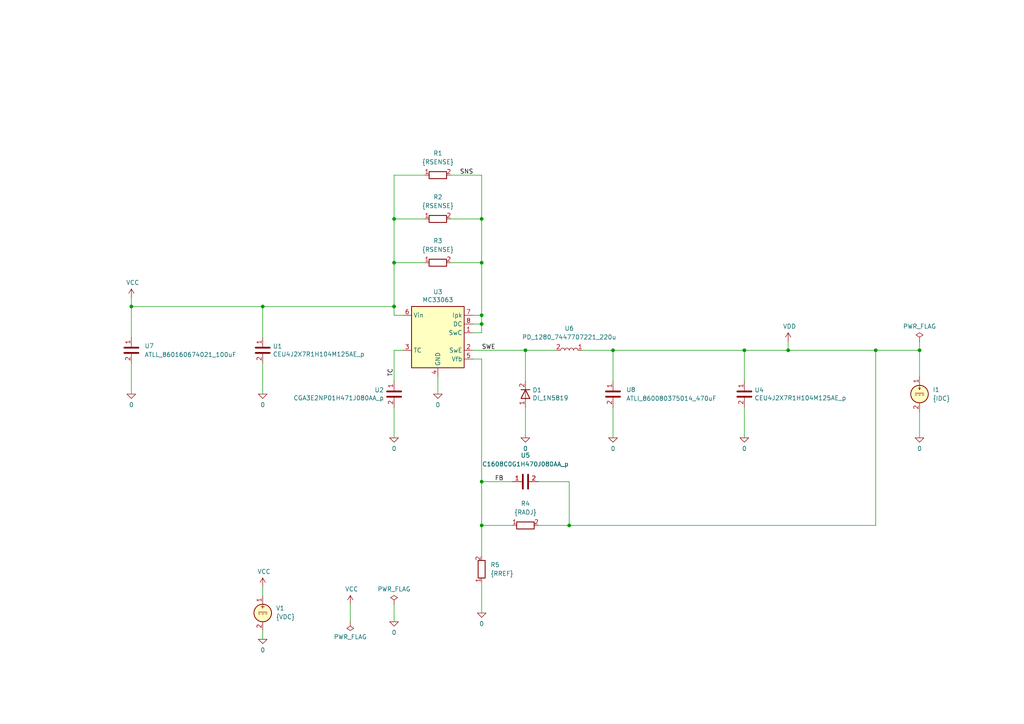
<source format=kicad_sch>
(kicad_sch
	(version 20231120)
	(generator "eeschema")
	(generator_version "8.0")
	(uuid "abccd7dd-0f7f-44c2-95f7-5e80a826dfd2")
	(paper "A4")
	(title_block
		(title "Buck switching regulator.")
		(date "2024-06-20")
		(rev "2")
		(company "astroelectronic@")
		(comment 1 "-")
		(comment 2 "-")
		(comment 3 "-")
		(comment 4 "AE01007063")
	)
	(lib_symbols
		(symbol "C_1"
			(pin_names
				(offset 0.254) hide)
			(exclude_from_sim no)
			(in_bom yes)
			(on_board yes)
			(property "Reference" "C"
				(at 0.635 2.54 0)
				(effects
					(font
						(size 1.27 1.27)
					)
					(justify left)
				)
			)
			(property "Value" "C_1"
				(at 0.635 -2.54 0)
				(effects
					(font
						(size 1.27 1.27)
					)
					(justify left)
				)
			)
			(property "Footprint" ""
				(at 0.9652 -3.81 0)
				(effects
					(font
						(size 1.27 1.27)
					)
					(hide yes)
				)
			)
			(property "Datasheet" "~"
				(at 0 0 0)
				(effects
					(font
						(size 1.27 1.27)
					)
					(hide yes)
				)
			)
			(property "Description" "Unpolarized capacitor"
				(at 0 0 0)
				(effects
					(font
						(size 1.27 1.27)
					)
					(hide yes)
				)
			)
			(property "ki_keywords" "cap capacitor"
				(at 0 0 0)
				(effects
					(font
						(size 1.27 1.27)
					)
					(hide yes)
				)
			)
			(property "ki_fp_filters" "C_*"
				(at 0 0 0)
				(effects
					(font
						(size 1.27 1.27)
					)
					(hide yes)
				)
			)
			(symbol "C_1_0_1"
				(polyline
					(pts
						(xy -2.032 -0.762) (xy 2.032 -0.762)
					)
					(stroke
						(width 0.508)
						(type default)
					)
					(fill
						(type none)
					)
				)
				(polyline
					(pts
						(xy -2.032 0.762) (xy 2.032 0.762)
					)
					(stroke
						(width 0.508)
						(type default)
					)
					(fill
						(type none)
					)
				)
			)
			(symbol "C_1_1_1"
				(pin passive line
					(at 0 3.81 270)
					(length 2.794)
					(name "~"
						(effects
							(font
								(size 1.27 1.27)
							)
						)
					)
					(number "1"
						(effects
							(font
								(size 1.27 1.27)
							)
						)
					)
				)
				(pin passive line
					(at 0 -3.81 90)
					(length 2.794)
					(name "~"
						(effects
							(font
								(size 1.27 1.27)
							)
						)
					)
					(number "2"
						(effects
							(font
								(size 1.27 1.27)
							)
						)
					)
				)
			)
		)
		(symbol "C_2"
			(pin_names
				(offset 0.254) hide)
			(exclude_from_sim no)
			(in_bom yes)
			(on_board yes)
			(property "Reference" "C"
				(at 0.635 2.54 0)
				(effects
					(font
						(size 1.27 1.27)
					)
					(justify left)
				)
			)
			(property "Value" "C_2"
				(at 0.635 -2.54 0)
				(effects
					(font
						(size 1.27 1.27)
					)
					(justify left)
				)
			)
			(property "Footprint" ""
				(at 0.9652 -3.81 0)
				(effects
					(font
						(size 1.27 1.27)
					)
					(hide yes)
				)
			)
			(property "Datasheet" "~"
				(at 0 0 0)
				(effects
					(font
						(size 1.27 1.27)
					)
					(hide yes)
				)
			)
			(property "Description" "Unpolarized capacitor"
				(at 0 0 0)
				(effects
					(font
						(size 1.27 1.27)
					)
					(hide yes)
				)
			)
			(property "ki_keywords" "cap capacitor"
				(at 0 0 0)
				(effects
					(font
						(size 1.27 1.27)
					)
					(hide yes)
				)
			)
			(property "ki_fp_filters" "C_*"
				(at 0 0 0)
				(effects
					(font
						(size 1.27 1.27)
					)
					(hide yes)
				)
			)
			(symbol "C_2_0_1"
				(polyline
					(pts
						(xy -2.032 -0.762) (xy 2.032 -0.762)
					)
					(stroke
						(width 0.508)
						(type default)
					)
					(fill
						(type none)
					)
				)
				(polyline
					(pts
						(xy -2.032 0.762) (xy 2.032 0.762)
					)
					(stroke
						(width 0.508)
						(type default)
					)
					(fill
						(type none)
					)
				)
			)
			(symbol "C_2_1_1"
				(pin passive line
					(at 0 3.81 270)
					(length 2.794)
					(name "~"
						(effects
							(font
								(size 1.27 1.27)
							)
						)
					)
					(number "1"
						(effects
							(font
								(size 1.27 1.27)
							)
						)
					)
				)
				(pin passive line
					(at 0 -3.81 90)
					(length 2.794)
					(name "~"
						(effects
							(font
								(size 1.27 1.27)
							)
						)
					)
					(number "2"
						(effects
							(font
								(size 1.27 1.27)
							)
						)
					)
				)
			)
		)
		(symbol "C_3"
			(pin_names
				(offset 0.254) hide)
			(exclude_from_sim no)
			(in_bom yes)
			(on_board yes)
			(property "Reference" "C"
				(at 0.635 2.54 0)
				(effects
					(font
						(size 1.27 1.27)
					)
					(justify left)
				)
			)
			(property "Value" "C_3"
				(at 0.635 -2.54 0)
				(effects
					(font
						(size 1.27 1.27)
					)
					(justify left)
				)
			)
			(property "Footprint" ""
				(at 0.9652 -3.81 0)
				(effects
					(font
						(size 1.27 1.27)
					)
					(hide yes)
				)
			)
			(property "Datasheet" "~"
				(at 0 0 0)
				(effects
					(font
						(size 1.27 1.27)
					)
					(hide yes)
				)
			)
			(property "Description" "Unpolarized capacitor"
				(at 0 0 0)
				(effects
					(font
						(size 1.27 1.27)
					)
					(hide yes)
				)
			)
			(property "ki_keywords" "cap capacitor"
				(at 0 0 0)
				(effects
					(font
						(size 1.27 1.27)
					)
					(hide yes)
				)
			)
			(property "ki_fp_filters" "C_*"
				(at 0 0 0)
				(effects
					(font
						(size 1.27 1.27)
					)
					(hide yes)
				)
			)
			(symbol "C_3_0_1"
				(polyline
					(pts
						(xy -2.032 -0.762) (xy 2.032 -0.762)
					)
					(stroke
						(width 0.508)
						(type default)
					)
					(fill
						(type none)
					)
				)
				(polyline
					(pts
						(xy -2.032 0.762) (xy 2.032 0.762)
					)
					(stroke
						(width 0.508)
						(type default)
					)
					(fill
						(type none)
					)
				)
			)
			(symbol "C_3_1_1"
				(pin passive line
					(at 0 3.81 270)
					(length 2.794)
					(name "~"
						(effects
							(font
								(size 1.27 1.27)
							)
						)
					)
					(number "1"
						(effects
							(font
								(size 1.27 1.27)
							)
						)
					)
				)
				(pin passive line
					(at 0 -3.81 90)
					(length 2.794)
					(name "~"
						(effects
							(font
								(size 1.27 1.27)
							)
						)
					)
					(number "2"
						(effects
							(font
								(size 1.27 1.27)
							)
						)
					)
				)
			)
		)
		(symbol "C_4"
			(pin_names
				(offset 0.254) hide)
			(exclude_from_sim no)
			(in_bom yes)
			(on_board yes)
			(property "Reference" "C"
				(at 0.635 2.54 0)
				(effects
					(font
						(size 1.27 1.27)
					)
					(justify left)
				)
			)
			(property "Value" "C_4"
				(at 0.635 -2.54 0)
				(effects
					(font
						(size 1.27 1.27)
					)
					(justify left)
				)
			)
			(property "Footprint" ""
				(at 0.9652 -3.81 0)
				(effects
					(font
						(size 1.27 1.27)
					)
					(hide yes)
				)
			)
			(property "Datasheet" "~"
				(at 0 0 0)
				(effects
					(font
						(size 1.27 1.27)
					)
					(hide yes)
				)
			)
			(property "Description" "Unpolarized capacitor"
				(at 0 0 0)
				(effects
					(font
						(size 1.27 1.27)
					)
					(hide yes)
				)
			)
			(property "ki_keywords" "cap capacitor"
				(at 0 0 0)
				(effects
					(font
						(size 1.27 1.27)
					)
					(hide yes)
				)
			)
			(property "ki_fp_filters" "C_*"
				(at 0 0 0)
				(effects
					(font
						(size 1.27 1.27)
					)
					(hide yes)
				)
			)
			(symbol "C_4_0_1"
				(polyline
					(pts
						(xy -2.032 -0.762) (xy 2.032 -0.762)
					)
					(stroke
						(width 0.508)
						(type default)
					)
					(fill
						(type none)
					)
				)
				(polyline
					(pts
						(xy -2.032 0.762) (xy 2.032 0.762)
					)
					(stroke
						(width 0.508)
						(type default)
					)
					(fill
						(type none)
					)
				)
			)
			(symbol "C_4_1_1"
				(pin passive line
					(at 0 3.81 270)
					(length 2.794)
					(name "~"
						(effects
							(font
								(size 1.27 1.27)
							)
						)
					)
					(number "1"
						(effects
							(font
								(size 1.27 1.27)
							)
						)
					)
				)
				(pin passive line
					(at 0 -3.81 90)
					(length 2.794)
					(name "~"
						(effects
							(font
								(size 1.27 1.27)
							)
						)
					)
					(number "2"
						(effects
							(font
								(size 1.27 1.27)
							)
						)
					)
				)
			)
		)
		(symbol "C_5"
			(pin_names
				(offset 0.254) hide)
			(exclude_from_sim no)
			(in_bom yes)
			(on_board yes)
			(property "Reference" "C"
				(at 0.635 2.54 0)
				(effects
					(font
						(size 1.27 1.27)
					)
					(justify left)
				)
			)
			(property "Value" "C_5"
				(at 0.635 -2.54 0)
				(effects
					(font
						(size 1.27 1.27)
					)
					(justify left)
				)
			)
			(property "Footprint" ""
				(at 0.9652 -3.81 0)
				(effects
					(font
						(size 1.27 1.27)
					)
					(hide yes)
				)
			)
			(property "Datasheet" "~"
				(at 0 0 0)
				(effects
					(font
						(size 1.27 1.27)
					)
					(hide yes)
				)
			)
			(property "Description" "Unpolarized capacitor"
				(at 0 0 0)
				(effects
					(font
						(size 1.27 1.27)
					)
					(hide yes)
				)
			)
			(property "ki_keywords" "cap capacitor"
				(at 0 0 0)
				(effects
					(font
						(size 1.27 1.27)
					)
					(hide yes)
				)
			)
			(property "ki_fp_filters" "C_*"
				(at 0 0 0)
				(effects
					(font
						(size 1.27 1.27)
					)
					(hide yes)
				)
			)
			(symbol "C_5_0_1"
				(polyline
					(pts
						(xy -2.032 -0.762) (xy 2.032 -0.762)
					)
					(stroke
						(width 0.508)
						(type default)
					)
					(fill
						(type none)
					)
				)
				(polyline
					(pts
						(xy -2.032 0.762) (xy 2.032 0.762)
					)
					(stroke
						(width 0.508)
						(type default)
					)
					(fill
						(type none)
					)
				)
			)
			(symbol "C_5_1_1"
				(pin passive line
					(at 0 3.81 270)
					(length 2.794)
					(name "~"
						(effects
							(font
								(size 1.27 1.27)
							)
						)
					)
					(number "1"
						(effects
							(font
								(size 1.27 1.27)
							)
						)
					)
				)
				(pin passive line
					(at 0 -3.81 90)
					(length 2.794)
					(name "~"
						(effects
							(font
								(size 1.27 1.27)
							)
						)
					)
					(number "2"
						(effects
							(font
								(size 1.27 1.27)
							)
						)
					)
				)
			)
		)
		(symbol "DIODE_1_1"
			(pin_names
				(offset 1.016) hide)
			(exclude_from_sim no)
			(in_bom yes)
			(on_board yes)
			(property "Reference" "D"
				(at 0 2.54 0)
				(effects
					(font
						(size 1.27 1.27)
					)
				)
			)
			(property "Value" "${SIM.PARAMS}"
				(at 0 -2.54 0)
				(effects
					(font
						(size 1.27 1.27)
					)
				)
			)
			(property "Footprint" ""
				(at 0 0 0)
				(effects
					(font
						(size 1.27 1.27)
					)
					(hide yes)
				)
			)
			(property "Datasheet" "~"
				(at 0 0 0)
				(effects
					(font
						(size 1.27 1.27)
					)
					(hide yes)
				)
			)
			(property "Description" "Diode, anode on pin 1, for simulation only!"
				(at 0 0 0)
				(effects
					(font
						(size 1.27 1.27)
					)
					(hide yes)
				)
			)
			(property "Sim.Pins" "1=1 2=2"
				(at 0 0 0)
				(effects
					(font
						(size 1.27 1.27)
					)
					(hide yes)
				)
			)
			(property "Sim.Device" "SPICE"
				(at 0 0 0)
				(effects
					(font
						(size 1.27 1.27)
					)
					(justify left)
					(hide yes)
				)
			)
			(property "Sim.Params" "type=\"D\" model=\"DIODE_1\" lib=\"\""
				(at 0 0 0)
				(effects
					(font
						(size 1.27 1.27)
					)
					(hide yes)
				)
			)
			(property "Spice_Netlist_Enabled" "Y"
				(at 0 0 0)
				(effects
					(font
						(size 1.27 1.27)
					)
					(justify left)
					(hide yes)
				)
			)
			(property "ki_keywords" "simulation"
				(at 0 0 0)
				(effects
					(font
						(size 1.27 1.27)
					)
					(hide yes)
				)
			)
			(symbol "DIODE_1_1_0_1"
				(polyline
					(pts
						(xy 1.27 0) (xy -1.27 0)
					)
					(stroke
						(width 0)
						(type default)
					)
					(fill
						(type none)
					)
				)
				(polyline
					(pts
						(xy 1.27 1.27) (xy 1.27 -1.27)
					)
					(stroke
						(width 0.254)
						(type default)
					)
					(fill
						(type none)
					)
				)
				(polyline
					(pts
						(xy -1.27 -1.27) (xy -1.27 1.27) (xy 1.27 0) (xy -1.27 -1.27)
					)
					(stroke
						(width 0.254)
						(type default)
					)
					(fill
						(type none)
					)
				)
			)
			(symbol "DIODE_1_1_1_1"
				(pin passive line
					(at -3.81 0 0)
					(length 2.54)
					(name "A"
						(effects
							(font
								(size 1.27 1.27)
							)
						)
					)
					(number "1"
						(effects
							(font
								(size 1.27 1.27)
							)
						)
					)
				)
				(pin passive line
					(at 3.81 0 180)
					(length 2.54)
					(name "K"
						(effects
							(font
								(size 1.27 1.27)
							)
						)
					)
					(number "2"
						(effects
							(font
								(size 1.27 1.27)
							)
						)
					)
				)
			)
		)
		(symbol "MC34C063:0"
			(power)
			(pin_names
				(offset 0)
			)
			(exclude_from_sim no)
			(in_bom yes)
			(on_board yes)
			(property "Reference" "#GND"
				(at 0 -2.54 0)
				(effects
					(font
						(size 1.27 1.27)
					)
					(hide yes)
				)
			)
			(property "Value" "0"
				(at 0 -1.778 0)
				(effects
					(font
						(size 1.27 1.27)
					)
				)
			)
			(property "Footprint" ""
				(at 0 0 0)
				(effects
					(font
						(size 1.27 1.27)
					)
					(hide yes)
				)
			)
			(property "Datasheet" "~"
				(at 0 0 0)
				(effects
					(font
						(size 1.27 1.27)
					)
					(hide yes)
				)
			)
			(property "Description" "0V reference potential for simulation"
				(at 0 0 0)
				(effects
					(font
						(size 1.27 1.27)
					)
					(hide yes)
				)
			)
			(property "ki_keywords" "simulation"
				(at 0 0 0)
				(effects
					(font
						(size 1.27 1.27)
					)
					(hide yes)
				)
			)
			(symbol "0_0_1"
				(polyline
					(pts
						(xy -1.27 0) (xy 0 -1.27) (xy 1.27 0) (xy -1.27 0)
					)
					(stroke
						(width 0)
						(type default)
					)
					(fill
						(type none)
					)
				)
			)
			(symbol "0_1_1"
				(pin power_in line
					(at 0 0 0)
					(length 0) hide
					(name "0"
						(effects
							(font
								(size 1.016 1.016)
							)
						)
					)
					(number "1"
						(effects
							(font
								(size 1.016 1.016)
							)
						)
					)
				)
			)
		)
		(symbol "MC34C063:C"
			(pin_names
				(offset 0.254) hide)
			(exclude_from_sim no)
			(in_bom yes)
			(on_board yes)
			(property "Reference" "C"
				(at 0.635 2.54 0)
				(effects
					(font
						(size 1.27 1.27)
					)
					(justify left)
				)
			)
			(property "Value" "C"
				(at 0.635 -2.54 0)
				(effects
					(font
						(size 1.27 1.27)
					)
					(justify left)
				)
			)
			(property "Footprint" ""
				(at 0.9652 -3.81 0)
				(effects
					(font
						(size 1.27 1.27)
					)
					(hide yes)
				)
			)
			(property "Datasheet" "~"
				(at 0 0 0)
				(effects
					(font
						(size 1.27 1.27)
					)
					(hide yes)
				)
			)
			(property "Description" "Unpolarized capacitor"
				(at 0 0 0)
				(effects
					(font
						(size 1.27 1.27)
					)
					(hide yes)
				)
			)
			(property "ki_keywords" "cap capacitor"
				(at 0 0 0)
				(effects
					(font
						(size 1.27 1.27)
					)
					(hide yes)
				)
			)
			(property "ki_fp_filters" "C_*"
				(at 0 0 0)
				(effects
					(font
						(size 1.27 1.27)
					)
					(hide yes)
				)
			)
			(symbol "C_0_1"
				(polyline
					(pts
						(xy -2.032 -0.762) (xy 2.032 -0.762)
					)
					(stroke
						(width 0.508)
						(type default)
					)
					(fill
						(type none)
					)
				)
				(polyline
					(pts
						(xy -2.032 0.762) (xy 2.032 0.762)
					)
					(stroke
						(width 0.508)
						(type default)
					)
					(fill
						(type none)
					)
				)
			)
			(symbol "C_1_1"
				(pin passive line
					(at 0 3.81 270)
					(length 2.794)
					(name "~"
						(effects
							(font
								(size 1.27 1.27)
							)
						)
					)
					(number "1"
						(effects
							(font
								(size 1.27 1.27)
							)
						)
					)
				)
				(pin passive line
					(at 0 -3.81 90)
					(length 2.794)
					(name "~"
						(effects
							(font
								(size 1.27 1.27)
							)
						)
					)
					(number "2"
						(effects
							(font
								(size 1.27 1.27)
							)
						)
					)
				)
			)
		)
		(symbol "MC34C063:IDC"
			(pin_names
				(offset 0.0254) hide)
			(exclude_from_sim no)
			(in_bom yes)
			(on_board yes)
			(property "Reference" "I"
				(at 2.54 2.54 0)
				(effects
					(font
						(size 1.27 1.27)
					)
					(justify left)
				)
			)
			(property "Value" "1"
				(at 2.54 0 0)
				(effects
					(font
						(size 1.27 1.27)
					)
					(justify left)
				)
			)
			(property "Footprint" ""
				(at 0 0 0)
				(effects
					(font
						(size 1.27 1.27)
					)
					(hide yes)
				)
			)
			(property "Datasheet" "~"
				(at 0 0 0)
				(effects
					(font
						(size 1.27 1.27)
					)
					(hide yes)
				)
			)
			(property "Description" "Current source, DC"
				(at 0 0 0)
				(effects
					(font
						(size 1.27 1.27)
					)
					(hide yes)
				)
			)
			(property "Sim.Pins" "1=+ 2=-"
				(at 0 0 0)
				(effects
					(font
						(size 1.27 1.27)
					)
					(hide yes)
				)
			)
			(property "Sim.Type" "DC"
				(at 0 0 0)
				(effects
					(font
						(size 1.27 1.27)
					)
					(hide yes)
				)
			)
			(property "Sim.Device" "I"
				(at 0 0 0)
				(effects
					(font
						(size 1.27 1.27)
					)
					(justify left)
					(hide yes)
				)
			)
			(property "Spice_Netlist_Enabled" "Y"
				(at 0 0 0)
				(effects
					(font
						(size 1.27 1.27)
					)
					(justify left)
					(hide yes)
				)
			)
			(property "ki_keywords" "simulation"
				(at 0 0 0)
				(effects
					(font
						(size 1.27 1.27)
					)
					(hide yes)
				)
			)
			(symbol "IDC_0_0"
				(polyline
					(pts
						(xy -1.27 0.254) (xy 1.27 0.254)
					)
					(stroke
						(width 0)
						(type default)
					)
					(fill
						(type none)
					)
				)
				(polyline
					(pts
						(xy -0.762 -0.254) (xy -1.27 -0.254)
					)
					(stroke
						(width 0)
						(type default)
					)
					(fill
						(type none)
					)
				)
				(polyline
					(pts
						(xy 0.254 -0.254) (xy -0.254 -0.254)
					)
					(stroke
						(width 0)
						(type default)
					)
					(fill
						(type none)
					)
				)
				(polyline
					(pts
						(xy 1.27 -0.254) (xy 0.762 -0.254)
					)
					(stroke
						(width 0)
						(type default)
					)
					(fill
						(type none)
					)
				)
			)
			(symbol "IDC_0_1"
				(polyline
					(pts
						(xy 0 1.27) (xy 0 2.286)
					)
					(stroke
						(width 0)
						(type default)
					)
					(fill
						(type none)
					)
				)
				(polyline
					(pts
						(xy -0.254 1.778) (xy 0 1.27) (xy 0.254 1.778)
					)
					(stroke
						(width 0)
						(type default)
					)
					(fill
						(type none)
					)
				)
				(circle
					(center 0 0)
					(radius 2.54)
					(stroke
						(width 0.254)
						(type default)
					)
					(fill
						(type background)
					)
				)
			)
			(symbol "IDC_1_1"
				(pin passive line
					(at 0 5.08 270)
					(length 2.54)
					(name "~"
						(effects
							(font
								(size 1.27 1.27)
							)
						)
					)
					(number "1"
						(effects
							(font
								(size 1.27 1.27)
							)
						)
					)
				)
				(pin passive line
					(at 0 -5.08 90)
					(length 2.54)
					(name "~"
						(effects
							(font
								(size 1.27 1.27)
							)
						)
					)
					(number "2"
						(effects
							(font
								(size 1.27 1.27)
							)
						)
					)
				)
			)
		)
		(symbol "MC34C063:L"
			(pin_names
				(offset 1.016) hide)
			(exclude_from_sim no)
			(in_bom yes)
			(on_board yes)
			(property "Reference" "L"
				(at -1.27 0 90)
				(effects
					(font
						(size 1.27 1.27)
					)
				)
			)
			(property "Value" "L"
				(at 1.905 0 90)
				(effects
					(font
						(size 1.27 1.27)
					)
				)
			)
			(property "Footprint" ""
				(at 0 0 0)
				(effects
					(font
						(size 1.27 1.27)
					)
					(hide yes)
				)
			)
			(property "Datasheet" "~"
				(at 0 0 0)
				(effects
					(font
						(size 1.27 1.27)
					)
					(hide yes)
				)
			)
			(property "Description" "Inductor"
				(at 0 0 0)
				(effects
					(font
						(size 1.27 1.27)
					)
					(hide yes)
				)
			)
			(property "ki_keywords" "inductor choke coil reactor magnetic"
				(at 0 0 0)
				(effects
					(font
						(size 1.27 1.27)
					)
					(hide yes)
				)
			)
			(property "ki_fp_filters" "Choke_* *Coil* Inductor_* L_*"
				(at 0 0 0)
				(effects
					(font
						(size 1.27 1.27)
					)
					(hide yes)
				)
			)
			(symbol "L_0_1"
				(arc
					(start 0 -2.54)
					(mid 0.6323 -1.905)
					(end 0 -1.27)
					(stroke
						(width 0)
						(type default)
					)
					(fill
						(type none)
					)
				)
				(arc
					(start 0 -1.27)
					(mid 0.6323 -0.635)
					(end 0 0)
					(stroke
						(width 0)
						(type default)
					)
					(fill
						(type none)
					)
				)
				(arc
					(start 0 0)
					(mid 0.6323 0.635)
					(end 0 1.27)
					(stroke
						(width 0)
						(type default)
					)
					(fill
						(type none)
					)
				)
				(arc
					(start 0 1.27)
					(mid 0.6323 1.905)
					(end 0 2.54)
					(stroke
						(width 0)
						(type default)
					)
					(fill
						(type none)
					)
				)
			)
			(symbol "L_1_1"
				(pin passive line
					(at 0 3.81 270)
					(length 1.27)
					(name "1"
						(effects
							(font
								(size 1.27 1.27)
							)
						)
					)
					(number "1"
						(effects
							(font
								(size 1.27 1.27)
							)
						)
					)
				)
				(pin passive line
					(at 0 -3.81 90)
					(length 1.27)
					(name "2"
						(effects
							(font
								(size 1.27 1.27)
							)
						)
					)
					(number "2"
						(effects
							(font
								(size 1.27 1.27)
							)
						)
					)
				)
			)
		)
		(symbol "MC34C063:MC34063AD"
			(exclude_from_sim no)
			(in_bom yes)
			(on_board yes)
			(property "Reference" "U"
				(at -7.62 8.89 0)
				(effects
					(font
						(size 1.27 1.27)
					)
					(justify left)
				)
			)
			(property "Value" "MC34063AD"
				(at 0 8.89 0)
				(effects
					(font
						(size 1.27 1.27)
					)
					(justify left)
				)
			)
			(property "Footprint" "Package_SO:SOIC-8_3.9x4.9mm_P1.27mm"
				(at 1.27 -11.43 0)
				(effects
					(font
						(size 1.27 1.27)
					)
					(justify left)
					(hide yes)
				)
			)
			(property "Datasheet" "http://www.onsemi.com/pub_link/Collateral/MC34063A-D.PDF"
				(at 12.7 -2.54 0)
				(effects
					(font
						(size 1.27 1.27)
					)
					(hide yes)
				)
			)
			(property "Description" "1.5A, step-up/down/inverting switching regulator, 3-40V Vin, 100kHz, SO-8"
				(at 0 0 0)
				(effects
					(font
						(size 1.27 1.27)
					)
					(hide yes)
				)
			)
			(property "ki_keywords" "smps buck boost inverting"
				(at 0 0 0)
				(effects
					(font
						(size 1.27 1.27)
					)
					(hide yes)
				)
			)
			(property "ki_fp_filters" "SOIC*3.9x4.9mm*P1.27mm*"
				(at 0 0 0)
				(effects
					(font
						(size 1.27 1.27)
					)
					(hide yes)
				)
			)
			(symbol "MC34063AD_0_1"
				(rectangle
					(start -7.62 7.62)
					(end 7.62 -10.16)
					(stroke
						(width 0.254)
						(type default)
					)
					(fill
						(type background)
					)
				)
			)
			(symbol "MC34063AD_1_1"
				(pin open_collector line
					(at 10.16 0 180)
					(length 2.54)
					(name "SwC"
						(effects
							(font
								(size 1.27 1.27)
							)
						)
					)
					(number "1"
						(effects
							(font
								(size 1.27 1.27)
							)
						)
					)
				)
				(pin open_emitter line
					(at 10.16 -5.08 180)
					(length 2.54)
					(name "SwE"
						(effects
							(font
								(size 1.27 1.27)
							)
						)
					)
					(number "2"
						(effects
							(font
								(size 1.27 1.27)
							)
						)
					)
				)
				(pin passive line
					(at -10.16 -5.08 0)
					(length 2.54)
					(name "TC"
						(effects
							(font
								(size 1.27 1.27)
							)
						)
					)
					(number "3"
						(effects
							(font
								(size 1.27 1.27)
							)
						)
					)
				)
				(pin power_in line
					(at 0 -12.7 90)
					(length 2.54)
					(name "GND"
						(effects
							(font
								(size 1.27 1.27)
							)
						)
					)
					(number "4"
						(effects
							(font
								(size 1.27 1.27)
							)
						)
					)
				)
				(pin input line
					(at 10.16 -7.62 180)
					(length 2.54)
					(name "Vfb"
						(effects
							(font
								(size 1.27 1.27)
							)
						)
					)
					(number "5"
						(effects
							(font
								(size 1.27 1.27)
							)
						)
					)
				)
				(pin power_in line
					(at -10.16 5.08 0)
					(length 2.54)
					(name "Vin"
						(effects
							(font
								(size 1.27 1.27)
							)
						)
					)
					(number "6"
						(effects
							(font
								(size 1.27 1.27)
							)
						)
					)
				)
				(pin input line
					(at 10.16 5.08 180)
					(length 2.54)
					(name "Ipk"
						(effects
							(font
								(size 1.27 1.27)
							)
						)
					)
					(number "7"
						(effects
							(font
								(size 1.27 1.27)
							)
						)
					)
				)
				(pin open_collector line
					(at 10.16 2.54 180)
					(length 2.54)
					(name "DC"
						(effects
							(font
								(size 1.27 1.27)
							)
						)
					)
					(number "8"
						(effects
							(font
								(size 1.27 1.27)
							)
						)
					)
				)
			)
		)
		(symbol "MC34C063:PWR_FLAG"
			(power)
			(pin_numbers hide)
			(pin_names
				(offset 0) hide)
			(exclude_from_sim no)
			(in_bom yes)
			(on_board yes)
			(property "Reference" "#FLG"
				(at 0 1.905 0)
				(effects
					(font
						(size 1.27 1.27)
					)
					(hide yes)
				)
			)
			(property "Value" "PWR_FLAG"
				(at 0 3.81 0)
				(effects
					(font
						(size 1.27 1.27)
					)
				)
			)
			(property "Footprint" ""
				(at 0 0 0)
				(effects
					(font
						(size 1.27 1.27)
					)
					(hide yes)
				)
			)
			(property "Datasheet" "~"
				(at 0 0 0)
				(effects
					(font
						(size 1.27 1.27)
					)
					(hide yes)
				)
			)
			(property "Description" "Special symbol for telling ERC where power comes from"
				(at 0 0 0)
				(effects
					(font
						(size 1.27 1.27)
					)
					(hide yes)
				)
			)
			(property "ki_keywords" "flag power"
				(at 0 0 0)
				(effects
					(font
						(size 1.27 1.27)
					)
					(hide yes)
				)
			)
			(symbol "PWR_FLAG_0_0"
				(pin power_out line
					(at 0 0 90)
					(length 0)
					(name "pwr"
						(effects
							(font
								(size 1.27 1.27)
							)
						)
					)
					(number "1"
						(effects
							(font
								(size 1.27 1.27)
							)
						)
					)
				)
			)
			(symbol "PWR_FLAG_0_1"
				(polyline
					(pts
						(xy 0 0) (xy 0 1.27) (xy -1.016 1.905) (xy 0 2.54) (xy 1.016 1.905) (xy 0 1.27)
					)
					(stroke
						(width 0)
						(type default)
					)
					(fill
						(type none)
					)
				)
			)
		)
		(symbol "MC34C063:R"
			(pin_names
				(offset 0) hide)
			(exclude_from_sim no)
			(in_bom yes)
			(on_board yes)
			(property "Reference" "R"
				(at 2.032 0 90)
				(effects
					(font
						(size 1.27 1.27)
					)
				)
			)
			(property "Value" "R"
				(at 0 0 90)
				(effects
					(font
						(size 1.27 1.27)
					)
				)
			)
			(property "Footprint" ""
				(at -1.778 0 90)
				(effects
					(font
						(size 1.27 1.27)
					)
					(hide yes)
				)
			)
			(property "Datasheet" "~"
				(at 0 0 0)
				(effects
					(font
						(size 1.27 1.27)
					)
					(hide yes)
				)
			)
			(property "Description" "Resistor"
				(at 0 0 0)
				(effects
					(font
						(size 1.27 1.27)
					)
					(hide yes)
				)
			)
			(property "ki_keywords" "R res resistor"
				(at 0 0 0)
				(effects
					(font
						(size 1.27 1.27)
					)
					(hide yes)
				)
			)
			(property "ki_fp_filters" "R_*"
				(at 0 0 0)
				(effects
					(font
						(size 1.27 1.27)
					)
					(hide yes)
				)
			)
			(symbol "R_0_1"
				(rectangle
					(start -1.016 -2.54)
					(end 1.016 2.54)
					(stroke
						(width 0.254)
						(type default)
					)
					(fill
						(type none)
					)
				)
			)
			(symbol "R_1_1"
				(pin passive line
					(at 0 3.81 270)
					(length 1.27)
					(name "~"
						(effects
							(font
								(size 1.27 1.27)
							)
						)
					)
					(number "1"
						(effects
							(font
								(size 1.27 1.27)
							)
						)
					)
				)
				(pin passive line
					(at 0 -3.81 90)
					(length 1.27)
					(name "~"
						(effects
							(font
								(size 1.27 1.27)
							)
						)
					)
					(number "2"
						(effects
							(font
								(size 1.27 1.27)
							)
						)
					)
				)
			)
		)
		(symbol "MC34C063:VCC"
			(power)
			(pin_names
				(offset 0)
			)
			(exclude_from_sim no)
			(in_bom yes)
			(on_board yes)
			(property "Reference" "#PWR"
				(at 0 -3.81 0)
				(effects
					(font
						(size 1.27 1.27)
					)
					(hide yes)
				)
			)
			(property "Value" "VCC"
				(at 0 3.81 0)
				(effects
					(font
						(size 1.27 1.27)
					)
				)
			)
			(property "Footprint" ""
				(at 0 0 0)
				(effects
					(font
						(size 1.27 1.27)
					)
					(hide yes)
				)
			)
			(property "Datasheet" ""
				(at 0 0 0)
				(effects
					(font
						(size 1.27 1.27)
					)
					(hide yes)
				)
			)
			(property "Description" "Power symbol creates a global label with name \"VCC\""
				(at 0 0 0)
				(effects
					(font
						(size 1.27 1.27)
					)
					(hide yes)
				)
			)
			(property "ki_keywords" "global power"
				(at 0 0 0)
				(effects
					(font
						(size 1.27 1.27)
					)
					(hide yes)
				)
			)
			(symbol "VCC_0_1"
				(polyline
					(pts
						(xy -0.762 1.27) (xy 0 2.54)
					)
					(stroke
						(width 0)
						(type default)
					)
					(fill
						(type none)
					)
				)
				(polyline
					(pts
						(xy 0 0) (xy 0 2.54)
					)
					(stroke
						(width 0)
						(type default)
					)
					(fill
						(type none)
					)
				)
				(polyline
					(pts
						(xy 0 2.54) (xy 0.762 1.27)
					)
					(stroke
						(width 0)
						(type default)
					)
					(fill
						(type none)
					)
				)
			)
			(symbol "VCC_1_1"
				(pin power_in line
					(at 0 0 90)
					(length 0) hide
					(name "VCC"
						(effects
							(font
								(size 1.27 1.27)
							)
						)
					)
					(number "1"
						(effects
							(font
								(size 1.27 1.27)
							)
						)
					)
				)
			)
		)
		(symbol "MC34C063:VDC"
			(pin_names
				(offset 0.0254) hide)
			(exclude_from_sim no)
			(in_bom yes)
			(on_board yes)
			(property "Reference" "V"
				(at 2.54 2.54 0)
				(effects
					(font
						(size 1.27 1.27)
					)
					(justify left)
				)
			)
			(property "Value" "1"
				(at 2.54 0 0)
				(effects
					(font
						(size 1.27 1.27)
					)
					(justify left)
				)
			)
			(property "Footprint" ""
				(at 0 0 0)
				(effects
					(font
						(size 1.27 1.27)
					)
					(hide yes)
				)
			)
			(property "Datasheet" "~"
				(at 0 0 0)
				(effects
					(font
						(size 1.27 1.27)
					)
					(hide yes)
				)
			)
			(property "Description" "Voltage source, DC"
				(at 0 0 0)
				(effects
					(font
						(size 1.27 1.27)
					)
					(hide yes)
				)
			)
			(property "Sim.Pins" "1=+ 2=-"
				(at 0 0 0)
				(effects
					(font
						(size 1.27 1.27)
					)
					(hide yes)
				)
			)
			(property "Sim.Type" "DC"
				(at 0 0 0)
				(effects
					(font
						(size 1.27 1.27)
					)
					(hide yes)
				)
			)
			(property "Sim.Device" "V"
				(at 0 0 0)
				(effects
					(font
						(size 1.27 1.27)
					)
					(justify left)
					(hide yes)
				)
			)
			(property "Spice_Netlist_Enabled" "Y"
				(at 0 0 0)
				(effects
					(font
						(size 1.27 1.27)
					)
					(justify left)
					(hide yes)
				)
			)
			(property "ki_keywords" "simulation"
				(at 0 0 0)
				(effects
					(font
						(size 1.27 1.27)
					)
					(hide yes)
				)
			)
			(symbol "VDC_0_0"
				(polyline
					(pts
						(xy -1.27 0.254) (xy 1.27 0.254)
					)
					(stroke
						(width 0)
						(type default)
					)
					(fill
						(type none)
					)
				)
				(polyline
					(pts
						(xy -0.762 -0.254) (xy -1.27 -0.254)
					)
					(stroke
						(width 0)
						(type default)
					)
					(fill
						(type none)
					)
				)
				(polyline
					(pts
						(xy 0.254 -0.254) (xy -0.254 -0.254)
					)
					(stroke
						(width 0)
						(type default)
					)
					(fill
						(type none)
					)
				)
				(polyline
					(pts
						(xy 1.27 -0.254) (xy 0.762 -0.254)
					)
					(stroke
						(width 0)
						(type default)
					)
					(fill
						(type none)
					)
				)
				(text "+"
					(at 0 1.905 0)
					(effects
						(font
							(size 1.27 1.27)
						)
					)
				)
			)
			(symbol "VDC_0_1"
				(circle
					(center 0 0)
					(radius 2.54)
					(stroke
						(width 0.254)
						(type default)
					)
					(fill
						(type background)
					)
				)
			)
			(symbol "VDC_1_1"
				(pin passive line
					(at 0 5.08 270)
					(length 2.54)
					(name "~"
						(effects
							(font
								(size 1.27 1.27)
							)
						)
					)
					(number "1"
						(effects
							(font
								(size 1.27 1.27)
							)
						)
					)
				)
				(pin passive line
					(at 0 -5.08 90)
					(length 2.54)
					(name "~"
						(effects
							(font
								(size 1.27 1.27)
							)
						)
					)
					(number "2"
						(effects
							(font
								(size 1.27 1.27)
							)
						)
					)
				)
			)
		)
		(symbol "MC34C063:VDD"
			(power)
			(pin_names
				(offset 0)
			)
			(exclude_from_sim no)
			(in_bom yes)
			(on_board yes)
			(property "Reference" "#PWR"
				(at 0 -3.81 0)
				(effects
					(font
						(size 1.27 1.27)
					)
					(hide yes)
				)
			)
			(property "Value" "VDD"
				(at 0 3.81 0)
				(effects
					(font
						(size 1.27 1.27)
					)
				)
			)
			(property "Footprint" ""
				(at 0 0 0)
				(effects
					(font
						(size 1.27 1.27)
					)
					(hide yes)
				)
			)
			(property "Datasheet" ""
				(at 0 0 0)
				(effects
					(font
						(size 1.27 1.27)
					)
					(hide yes)
				)
			)
			(property "Description" "Power symbol creates a global label with name \"VDD\""
				(at 0 0 0)
				(effects
					(font
						(size 1.27 1.27)
					)
					(hide yes)
				)
			)
			(property "ki_keywords" "global power"
				(at 0 0 0)
				(effects
					(font
						(size 1.27 1.27)
					)
					(hide yes)
				)
			)
			(symbol "VDD_0_1"
				(polyline
					(pts
						(xy -0.762 1.27) (xy 0 2.54)
					)
					(stroke
						(width 0)
						(type default)
					)
					(fill
						(type none)
					)
				)
				(polyline
					(pts
						(xy 0 0) (xy 0 2.54)
					)
					(stroke
						(width 0)
						(type default)
					)
					(fill
						(type none)
					)
				)
				(polyline
					(pts
						(xy 0 2.54) (xy 0.762 1.27)
					)
					(stroke
						(width 0)
						(type default)
					)
					(fill
						(type none)
					)
				)
			)
			(symbol "VDD_1_1"
				(pin power_in line
					(at 0 0 90)
					(length 0) hide
					(name "VDD"
						(effects
							(font
								(size 1.27 1.27)
							)
						)
					)
					(number "1"
						(effects
							(font
								(size 1.27 1.27)
							)
						)
					)
				)
			)
		)
		(symbol "R_1"
			(pin_names
				(offset 0) hide)
			(exclude_from_sim no)
			(in_bom yes)
			(on_board yes)
			(property "Reference" "R"
				(at 2.032 0 90)
				(effects
					(font
						(size 1.27 1.27)
					)
				)
			)
			(property "Value" "R_1"
				(at 0 0 90)
				(effects
					(font
						(size 1.27 1.27)
					)
				)
			)
			(property "Footprint" ""
				(at -1.778 0 90)
				(effects
					(font
						(size 1.27 1.27)
					)
					(hide yes)
				)
			)
			(property "Datasheet" "~"
				(at 0 0 0)
				(effects
					(font
						(size 1.27 1.27)
					)
					(hide yes)
				)
			)
			(property "Description" "Resistor"
				(at 0 0 0)
				(effects
					(font
						(size 1.27 1.27)
					)
					(hide yes)
				)
			)
			(property "ki_keywords" "R res resistor"
				(at 0 0 0)
				(effects
					(font
						(size 1.27 1.27)
					)
					(hide yes)
				)
			)
			(property "ki_fp_filters" "R_*"
				(at 0 0 0)
				(effects
					(font
						(size 1.27 1.27)
					)
					(hide yes)
				)
			)
			(symbol "R_1_0_1"
				(rectangle
					(start -1.016 -2.54)
					(end 1.016 2.54)
					(stroke
						(width 0.254)
						(type default)
					)
					(fill
						(type none)
					)
				)
			)
			(symbol "R_1_1_1"
				(pin passive line
					(at 0 3.81 270)
					(length 1.27)
					(name "~"
						(effects
							(font
								(size 1.27 1.27)
							)
						)
					)
					(number "1"
						(effects
							(font
								(size 1.27 1.27)
							)
						)
					)
				)
				(pin passive line
					(at 0 -3.81 90)
					(length 1.27)
					(name "~"
						(effects
							(font
								(size 1.27 1.27)
							)
						)
					)
					(number "2"
						(effects
							(font
								(size 1.27 1.27)
							)
						)
					)
				)
			)
		)
		(symbol "R_2"
			(pin_names
				(offset 0) hide)
			(exclude_from_sim no)
			(in_bom yes)
			(on_board yes)
			(property "Reference" "R"
				(at 2.032 0 90)
				(effects
					(font
						(size 1.27 1.27)
					)
				)
			)
			(property "Value" "R_2"
				(at 0 0 90)
				(effects
					(font
						(size 1.27 1.27)
					)
				)
			)
			(property "Footprint" ""
				(at -1.778 0 90)
				(effects
					(font
						(size 1.27 1.27)
					)
					(hide yes)
				)
			)
			(property "Datasheet" "~"
				(at 0 0 0)
				(effects
					(font
						(size 1.27 1.27)
					)
					(hide yes)
				)
			)
			(property "Description" "Resistor"
				(at 0 0 0)
				(effects
					(font
						(size 1.27 1.27)
					)
					(hide yes)
				)
			)
			(property "ki_keywords" "R res resistor"
				(at 0 0 0)
				(effects
					(font
						(size 1.27 1.27)
					)
					(hide yes)
				)
			)
			(property "ki_fp_filters" "R_*"
				(at 0 0 0)
				(effects
					(font
						(size 1.27 1.27)
					)
					(hide yes)
				)
			)
			(symbol "R_2_0_1"
				(rectangle
					(start -1.016 -2.54)
					(end 1.016 2.54)
					(stroke
						(width 0.254)
						(type default)
					)
					(fill
						(type none)
					)
				)
			)
			(symbol "R_2_1_1"
				(pin passive line
					(at 0 3.81 270)
					(length 1.27)
					(name "~"
						(effects
							(font
								(size 1.27 1.27)
							)
						)
					)
					(number "1"
						(effects
							(font
								(size 1.27 1.27)
							)
						)
					)
				)
				(pin passive line
					(at 0 -3.81 90)
					(length 1.27)
					(name "~"
						(effects
							(font
								(size 1.27 1.27)
							)
						)
					)
					(number "2"
						(effects
							(font
								(size 1.27 1.27)
							)
						)
					)
				)
			)
		)
		(symbol "R_3"
			(pin_names
				(offset 0) hide)
			(exclude_from_sim no)
			(in_bom yes)
			(on_board yes)
			(property "Reference" "R"
				(at 2.032 0 90)
				(effects
					(font
						(size 1.27 1.27)
					)
				)
			)
			(property "Value" "R_3"
				(at 0 0 90)
				(effects
					(font
						(size 1.27 1.27)
					)
				)
			)
			(property "Footprint" ""
				(at -1.778 0 90)
				(effects
					(font
						(size 1.27 1.27)
					)
					(hide yes)
				)
			)
			(property "Datasheet" "~"
				(at 0 0 0)
				(effects
					(font
						(size 1.27 1.27)
					)
					(hide yes)
				)
			)
			(property "Description" "Resistor"
				(at 0 0 0)
				(effects
					(font
						(size 1.27 1.27)
					)
					(hide yes)
				)
			)
			(property "ki_keywords" "R res resistor"
				(at 0 0 0)
				(effects
					(font
						(size 1.27 1.27)
					)
					(hide yes)
				)
			)
			(property "ki_fp_filters" "R_*"
				(at 0 0 0)
				(effects
					(font
						(size 1.27 1.27)
					)
					(hide yes)
				)
			)
			(symbol "R_3_0_1"
				(rectangle
					(start -1.016 -2.54)
					(end 1.016 2.54)
					(stroke
						(width 0.254)
						(type default)
					)
					(fill
						(type none)
					)
				)
			)
			(symbol "R_3_1_1"
				(pin passive line
					(at 0 3.81 270)
					(length 1.27)
					(name "~"
						(effects
							(font
								(size 1.27 1.27)
							)
						)
					)
					(number "1"
						(effects
							(font
								(size 1.27 1.27)
							)
						)
					)
				)
				(pin passive line
					(at 0 -3.81 90)
					(length 1.27)
					(name "~"
						(effects
							(font
								(size 1.27 1.27)
							)
						)
					)
					(number "2"
						(effects
							(font
								(size 1.27 1.27)
							)
						)
					)
				)
			)
		)
		(symbol "R_4"
			(pin_names
				(offset 0) hide)
			(exclude_from_sim no)
			(in_bom yes)
			(on_board yes)
			(property "Reference" "R"
				(at 2.032 0 90)
				(effects
					(font
						(size 1.27 1.27)
					)
				)
			)
			(property "Value" "R_4"
				(at 0 0 90)
				(effects
					(font
						(size 1.27 1.27)
					)
				)
			)
			(property "Footprint" ""
				(at -1.778 0 90)
				(effects
					(font
						(size 1.27 1.27)
					)
					(hide yes)
				)
			)
			(property "Datasheet" "~"
				(at 0 0 0)
				(effects
					(font
						(size 1.27 1.27)
					)
					(hide yes)
				)
			)
			(property "Description" "Resistor"
				(at 0 0 0)
				(effects
					(font
						(size 1.27 1.27)
					)
					(hide yes)
				)
			)
			(property "ki_keywords" "R res resistor"
				(at 0 0 0)
				(effects
					(font
						(size 1.27 1.27)
					)
					(hide yes)
				)
			)
			(property "ki_fp_filters" "R_*"
				(at 0 0 0)
				(effects
					(font
						(size 1.27 1.27)
					)
					(hide yes)
				)
			)
			(symbol "R_4_0_1"
				(rectangle
					(start -1.016 -2.54)
					(end 1.016 2.54)
					(stroke
						(width 0.254)
						(type default)
					)
					(fill
						(type none)
					)
				)
			)
			(symbol "R_4_1_1"
				(pin passive line
					(at 0 3.81 270)
					(length 1.27)
					(name "~"
						(effects
							(font
								(size 1.27 1.27)
							)
						)
					)
					(number "1"
						(effects
							(font
								(size 1.27 1.27)
							)
						)
					)
				)
				(pin passive line
					(at 0 -3.81 90)
					(length 1.27)
					(name "~"
						(effects
							(font
								(size 1.27 1.27)
							)
						)
					)
					(number "2"
						(effects
							(font
								(size 1.27 1.27)
							)
						)
					)
				)
			)
		)
	)
	(junction
		(at 139.7 139.7)
		(diameter 0)
		(color 0 0 0 0)
		(uuid "18e28aa2-8695-4c80-82cb-37ff5f7547a8")
	)
	(junction
		(at 215.9 101.6)
		(diameter 0)
		(color 0 0 0 0)
		(uuid "4d5364ee-6212-496b-8421-3d09d6c9277e")
	)
	(junction
		(at 254 101.6)
		(diameter 0)
		(color 0 0 0 0)
		(uuid "4f80cd5c-2bcc-4685-aa53-95040f84d108")
	)
	(junction
		(at 114.3 88.9)
		(diameter 0)
		(color 0 0 0 0)
		(uuid "59d21b78-756a-4084-8298-642f9b00d5e6")
	)
	(junction
		(at 139.7 93.98)
		(diameter 0)
		(color 0 0 0 0)
		(uuid "6e2cddda-9445-4784-8fbc-2a7720b5413a")
	)
	(junction
		(at 139.7 63.5)
		(diameter 0)
		(color 0 0 0 0)
		(uuid "6fb4200d-8549-473f-8975-f82967ec4500")
	)
	(junction
		(at 139.7 91.44)
		(diameter 0)
		(color 0 0 0 0)
		(uuid "85ab891e-2588-451b-9e78-ed15a722cef9")
	)
	(junction
		(at 114.3 63.5)
		(diameter 0)
		(color 0 0 0 0)
		(uuid "8a5ac0db-8285-4abf-85ba-ebff8217b05d")
	)
	(junction
		(at 177.8 101.6)
		(diameter 0)
		(color 0 0 0 0)
		(uuid "8d703250-b470-4a00-8c2e-e118f13b29f5")
	)
	(junction
		(at 114.3 76.2)
		(diameter 0)
		(color 0 0 0 0)
		(uuid "a41eec55-cbb2-4b15-b18f-4b3a5dffbf1b")
	)
	(junction
		(at 228.6 101.6)
		(diameter 0)
		(color 0 0 0 0)
		(uuid "be2f3590-6f3c-4148-833f-efe2ab9791d2")
	)
	(junction
		(at 266.7 101.6)
		(diameter 0)
		(color 0 0 0 0)
		(uuid "c56e7d96-926a-4b92-8b3d-1a331ac3486a")
	)
	(junction
		(at 139.7 76.2)
		(diameter 0)
		(color 0 0 0 0)
		(uuid "d8930a7b-416b-4082-a0e8-afa2cd244e14")
	)
	(junction
		(at 139.7 152.4)
		(diameter 0)
		(color 0 0 0 0)
		(uuid "dc36de29-d47f-4e2d-86e4-28f3688521c8")
	)
	(junction
		(at 38.1 88.9)
		(diameter 0)
		(color 0 0 0 0)
		(uuid "df13e010-85fe-45bc-9c06-69d9f4c4b552")
	)
	(junction
		(at 76.2 88.9)
		(diameter 0)
		(color 0 0 0 0)
		(uuid "e678227b-1a95-4a67-87de-9807f95798ba")
	)
	(junction
		(at 152.4 101.6)
		(diameter 0)
		(color 0 0 0 0)
		(uuid "e7442fc4-2263-4dc1-9199-fccd11095244")
	)
	(junction
		(at 165.1 152.4)
		(diameter 0)
		(color 0 0 0 0)
		(uuid "fa5031af-bab3-4af7-982e-21938d96c315")
	)
	(wire
		(pts
			(xy 228.6 99.06) (xy 228.6 101.6)
		)
		(stroke
			(width 0)
			(type default)
		)
		(uuid "04687e2e-9dfc-42cb-b4fc-2fe29240d727")
	)
	(wire
		(pts
			(xy 76.2 88.9) (xy 114.3 88.9)
		)
		(stroke
			(width 0)
			(type default)
		)
		(uuid "10bc48a7-fefc-4003-a2a8-05f878f36395")
	)
	(wire
		(pts
			(xy 139.7 50.8) (xy 130.81 50.8)
		)
		(stroke
			(width 0)
			(type default)
		)
		(uuid "1d6975b5-4d37-4235-b405-58bd6288d952")
	)
	(wire
		(pts
			(xy 156.21 139.7) (xy 165.1 139.7)
		)
		(stroke
			(width 0)
			(type default)
		)
		(uuid "1dc68e54-ac05-4fb0-8792-d99552b513d0")
	)
	(wire
		(pts
			(xy 114.3 63.5) (xy 114.3 76.2)
		)
		(stroke
			(width 0)
			(type default)
		)
		(uuid "1e586994-ffdc-4be4-8bbb-d5d846bf436e")
	)
	(wire
		(pts
			(xy 38.1 114.3) (xy 38.1 105.41)
		)
		(stroke
			(width 0)
			(type default)
		)
		(uuid "1ed828e6-3abb-4d5f-9ade-bb283339429f")
	)
	(wire
		(pts
			(xy 139.7 76.2) (xy 139.7 91.44)
		)
		(stroke
			(width 0)
			(type default)
		)
		(uuid "2f4e4ecf-762c-4c69-90ec-458dbdc758a4")
	)
	(wire
		(pts
			(xy 139.7 93.98) (xy 139.7 91.44)
		)
		(stroke
			(width 0)
			(type default)
		)
		(uuid "34fca5ce-f55b-4b65-9110-add842487b4f")
	)
	(wire
		(pts
			(xy 114.3 118.11) (xy 114.3 127)
		)
		(stroke
			(width 0)
			(type default)
		)
		(uuid "38fefad2-8035-4e9a-aa07-53965309a763")
	)
	(wire
		(pts
			(xy 139.7 104.14) (xy 137.16 104.14)
		)
		(stroke
			(width 0)
			(type default)
		)
		(uuid "3ee795a4-8f4f-4bc3-82a8-ee3680e5fbe5")
	)
	(wire
		(pts
			(xy 38.1 86.36) (xy 38.1 88.9)
		)
		(stroke
			(width 0)
			(type default)
		)
		(uuid "418c7ec1-b1e6-4e43-b755-7f5e7c9a5cb9")
	)
	(wire
		(pts
			(xy 38.1 88.9) (xy 76.2 88.9)
		)
		(stroke
			(width 0)
			(type default)
		)
		(uuid "459ad04c-af12-4593-bb52-3f7015ad3309")
	)
	(wire
		(pts
			(xy 266.7 109.22) (xy 266.7 101.6)
		)
		(stroke
			(width 0)
			(type default)
		)
		(uuid "45d41ce5-7483-45bb-9ac1-d92f09650c65")
	)
	(wire
		(pts
			(xy 114.3 76.2) (xy 114.3 88.9)
		)
		(stroke
			(width 0)
			(type default)
		)
		(uuid "4a63b497-aa33-4dc3-bd13-06f5bd1c2c75")
	)
	(wire
		(pts
			(xy 165.1 152.4) (xy 254 152.4)
		)
		(stroke
			(width 0)
			(type default)
		)
		(uuid "4af13b31-8b8a-4238-8f16-26a99b296ecd")
	)
	(wire
		(pts
			(xy 76.2 88.9) (xy 76.2 97.79)
		)
		(stroke
			(width 0)
			(type default)
		)
		(uuid "5124aad6-2c39-496d-adae-c65bda060344")
	)
	(wire
		(pts
			(xy 139.7 168.91) (xy 139.7 177.8)
		)
		(stroke
			(width 0)
			(type default)
		)
		(uuid "558e694f-a2aa-4f5c-b9e2-71631a453f71")
	)
	(wire
		(pts
			(xy 114.3 63.5) (xy 114.3 50.8)
		)
		(stroke
			(width 0)
			(type default)
		)
		(uuid "55bcee1c-0658-463a-8b62-84d39f007e27")
	)
	(wire
		(pts
			(xy 177.8 127) (xy 177.8 118.11)
		)
		(stroke
			(width 0)
			(type default)
		)
		(uuid "56f4d505-046c-45fa-a8ae-cf68f8d21340")
	)
	(wire
		(pts
			(xy 254 101.6) (xy 266.7 101.6)
		)
		(stroke
			(width 0)
			(type default)
		)
		(uuid "59a69d61-91cf-4b06-970e-50b4c58a7c42")
	)
	(wire
		(pts
			(xy 139.7 50.8) (xy 139.7 63.5)
		)
		(stroke
			(width 0)
			(type default)
		)
		(uuid "5a0dd7e4-bae3-4cfa-9439-dadd59a85633")
	)
	(wire
		(pts
			(xy 139.7 104.14) (xy 139.7 139.7)
		)
		(stroke
			(width 0)
			(type default)
		)
		(uuid "5ded5d7d-e4b8-419c-911f-3fed2f33cafd")
	)
	(wire
		(pts
			(xy 168.91 101.6) (xy 177.8 101.6)
		)
		(stroke
			(width 0)
			(type default)
		)
		(uuid "62d977ed-f5c4-4df4-8cc3-5fc70066e53c")
	)
	(wire
		(pts
			(xy 139.7 152.4) (xy 139.7 161.29)
		)
		(stroke
			(width 0)
			(type default)
		)
		(uuid "64ed248c-a0d9-4a1e-96a3-096cbfbdcbae")
	)
	(wire
		(pts
			(xy 137.16 101.6) (xy 152.4 101.6)
		)
		(stroke
			(width 0)
			(type default)
		)
		(uuid "666b3706-3157-4501-9f1a-fa2cdd5c7567")
	)
	(wire
		(pts
			(xy 114.3 76.2) (xy 123.19 76.2)
		)
		(stroke
			(width 0)
			(type default)
		)
		(uuid "6de6bc1d-1aff-44b3-9614-8d129c95fa02")
	)
	(wire
		(pts
			(xy 139.7 96.52) (xy 139.7 93.98)
		)
		(stroke
			(width 0)
			(type default)
		)
		(uuid "6f43b490-cbee-4629-9825-40f78fd9e971")
	)
	(wire
		(pts
			(xy 266.7 119.38) (xy 266.7 127)
		)
		(stroke
			(width 0)
			(type default)
		)
		(uuid "70e68fbc-94ed-4e36-8ecf-92e30c7bc82e")
	)
	(wire
		(pts
			(xy 152.4 101.6) (xy 152.4 110.49)
		)
		(stroke
			(width 0)
			(type default)
		)
		(uuid "79f0376d-a028-4821-ae2e-2c64505ccefe")
	)
	(wire
		(pts
			(xy 254 101.6) (xy 254 152.4)
		)
		(stroke
			(width 0)
			(type default)
		)
		(uuid "7a39a15b-8ddf-4359-99a8-0e363015216d")
	)
	(wire
		(pts
			(xy 139.7 93.98) (xy 137.16 93.98)
		)
		(stroke
			(width 0)
			(type default)
		)
		(uuid "7cda6bc1-66f0-48fe-85d7-929a339be3e4")
	)
	(wire
		(pts
			(xy 114.3 175.26) (xy 114.3 180.34)
		)
		(stroke
			(width 0)
			(type default)
		)
		(uuid "7eed908f-ea62-44ab-ac82-d3253ffd3af9")
	)
	(wire
		(pts
			(xy 114.3 101.6) (xy 116.84 101.6)
		)
		(stroke
			(width 0)
			(type default)
		)
		(uuid "8063cc67-b395-469d-95d0-25595d0bae27")
	)
	(wire
		(pts
			(xy 76.2 114.3) (xy 76.2 105.41)
		)
		(stroke
			(width 0)
			(type default)
		)
		(uuid "85570fc6-73a5-4a8b-87f6-2198e42b221b")
	)
	(wire
		(pts
			(xy 139.7 76.2) (xy 130.81 76.2)
		)
		(stroke
			(width 0)
			(type default)
		)
		(uuid "86eccd46-f425-4f15-95af-4bdedf604dc4")
	)
	(wire
		(pts
			(xy 177.8 101.6) (xy 177.8 110.49)
		)
		(stroke
			(width 0)
			(type default)
		)
		(uuid "881109f1-134b-49ec-89fc-308987f5741b")
	)
	(wire
		(pts
			(xy 266.7 101.6) (xy 266.7 99.06)
		)
		(stroke
			(width 0)
			(type default)
		)
		(uuid "925d42dc-ccf9-4efb-b24b-5cf43ea9e3c4")
	)
	(wire
		(pts
			(xy 156.21 152.4) (xy 165.1 152.4)
		)
		(stroke
			(width 0)
			(type default)
		)
		(uuid "994bedfc-a418-4b97-944f-274605c0ec67")
	)
	(wire
		(pts
			(xy 137.16 96.52) (xy 139.7 96.52)
		)
		(stroke
			(width 0)
			(type default)
		)
		(uuid "9a78172b-1b63-4f2e-83b5-62fe71c87797")
	)
	(wire
		(pts
			(xy 215.9 118.11) (xy 215.9 127)
		)
		(stroke
			(width 0)
			(type default)
		)
		(uuid "9c584f9c-2291-46c7-ae4e-5c0db99136d9")
	)
	(wire
		(pts
			(xy 139.7 139.7) (xy 148.59 139.7)
		)
		(stroke
			(width 0)
			(type default)
		)
		(uuid "9e298345-33a6-42fb-a19c-c77e248ae13c")
	)
	(wire
		(pts
			(xy 76.2 170.18) (xy 76.2 172.72)
		)
		(stroke
			(width 0)
			(type default)
		)
		(uuid "9e743b5b-e91f-493d-8076-4c83518bc62c")
	)
	(wire
		(pts
			(xy 139.7 152.4) (xy 139.7 139.7)
		)
		(stroke
			(width 0)
			(type default)
		)
		(uuid "a321c02f-2ed5-48de-8037-321f8d3030a0")
	)
	(wire
		(pts
			(xy 228.6 101.6) (xy 254 101.6)
		)
		(stroke
			(width 0)
			(type default)
		)
		(uuid "af740727-546f-4e1a-bb92-0a278fcd2e4a")
	)
	(wire
		(pts
			(xy 215.9 101.6) (xy 228.6 101.6)
		)
		(stroke
			(width 0)
			(type default)
		)
		(uuid "b7612108-7428-4d53-bb3d-d07f617a57bc")
	)
	(wire
		(pts
			(xy 137.16 91.44) (xy 139.7 91.44)
		)
		(stroke
			(width 0)
			(type default)
		)
		(uuid "c69e60c6-a973-4063-99b2-3411ba47b539")
	)
	(wire
		(pts
			(xy 114.3 88.9) (xy 114.3 91.44)
		)
		(stroke
			(width 0)
			(type default)
		)
		(uuid "cebf55c1-fdcd-44bf-bfc1-3313ccd8c220")
	)
	(wire
		(pts
			(xy 148.59 152.4) (xy 139.7 152.4)
		)
		(stroke
			(width 0)
			(type default)
		)
		(uuid "d16bba59-4c31-493e-98db-7745aef45eb7")
	)
	(wire
		(pts
			(xy 152.4 101.6) (xy 161.29 101.6)
		)
		(stroke
			(width 0)
			(type default)
		)
		(uuid "d2cb0906-f79d-47b0-904f-52c415c302de")
	)
	(wire
		(pts
			(xy 114.3 63.5) (xy 123.19 63.5)
		)
		(stroke
			(width 0)
			(type default)
		)
		(uuid "de8a86ae-b193-454b-a777-7270f3a40b32")
	)
	(wire
		(pts
			(xy 114.3 101.6) (xy 114.3 110.49)
		)
		(stroke
			(width 0)
			(type default)
		)
		(uuid "e43a377f-0e27-4169-af3e-a483882b2003")
	)
	(wire
		(pts
			(xy 76.2 182.88) (xy 76.2 185.42)
		)
		(stroke
			(width 0)
			(type default)
		)
		(uuid "e4fd885c-6351-4715-967b-fd020ba020b7")
	)
	(wire
		(pts
			(xy 127 109.22) (xy 127 114.3)
		)
		(stroke
			(width 0)
			(type default)
		)
		(uuid "e6806d3e-4f06-4dc8-902f-92562067c874")
	)
	(wire
		(pts
			(xy 152.4 127) (xy 152.4 118.11)
		)
		(stroke
			(width 0)
			(type default)
		)
		(uuid "e99f985f-3438-43ed-845e-6e36316cab81")
	)
	(wire
		(pts
			(xy 101.6 180.34) (xy 101.6 175.26)
		)
		(stroke
			(width 0)
			(type default)
		)
		(uuid "ea5d2720-e218-4a72-b52e-dd08cbb119f2")
	)
	(wire
		(pts
			(xy 114.3 50.8) (xy 123.19 50.8)
		)
		(stroke
			(width 0)
			(type default)
		)
		(uuid "eaa87c0c-0c02-4657-9e4d-2b63f495f752")
	)
	(wire
		(pts
			(xy 38.1 97.79) (xy 38.1 88.9)
		)
		(stroke
			(width 0)
			(type default)
		)
		(uuid "ee969404-e85f-46a8-869d-d393b138ec3a")
	)
	(wire
		(pts
			(xy 139.7 63.5) (xy 139.7 76.2)
		)
		(stroke
			(width 0)
			(type default)
		)
		(uuid "eec2253a-269c-47ba-a280-cbe46f99f053")
	)
	(wire
		(pts
			(xy 116.84 91.44) (xy 114.3 91.44)
		)
		(stroke
			(width 0)
			(type default)
		)
		(uuid "efe70409-03cc-478c-8dfc-255896fc5f49")
	)
	(wire
		(pts
			(xy 215.9 101.6) (xy 215.9 110.49)
		)
		(stroke
			(width 0)
			(type default)
		)
		(uuid "f2b29f4d-ffdf-48f4-9a90-a3f73af01dad")
	)
	(wire
		(pts
			(xy 139.7 63.5) (xy 130.81 63.5)
		)
		(stroke
			(width 0)
			(type default)
		)
		(uuid "f34bacd7-0d73-4134-b16a-528fd8678859")
	)
	(wire
		(pts
			(xy 177.8 101.6) (xy 215.9 101.6)
		)
		(stroke
			(width 0)
			(type default)
		)
		(uuid "f5e1acea-1d03-43ae-82b4-a6212754c463")
	)
	(wire
		(pts
			(xy 165.1 139.7) (xy 165.1 152.4)
		)
		(stroke
			(width 0)
			(type default)
		)
		(uuid "fccafeaa-09e5-4c43-9d1a-3aedc8e6ed16")
	)
	(label "FB"
		(at 143.51 139.7 0)
		(fields_autoplaced yes)
		(effects
			(font
				(size 1.27 1.27)
			)
			(justify left bottom)
		)
		(uuid "50d20771-176f-40b9-b8ad-37143399c0e6")
	)
	(label "TC"
		(at 114.3 109.22 90)
		(fields_autoplaced yes)
		(effects
			(font
				(size 1.27 1.27)
			)
			(justify left bottom)
		)
		(uuid "c926ae42-46b9-4e99-9c3e-ba8b5c4e18ac")
	)
	(label "SNS"
		(at 133.35 50.8 0)
		(fields_autoplaced yes)
		(effects
			(font
				(size 1.27 1.27)
			)
			(justify left bottom)
		)
		(uuid "cf685692-3a08-442a-bf05-d2ffccccdd22")
	)
	(label "SWE"
		(at 139.7 101.6 0)
		(fields_autoplaced yes)
		(effects
			(font
				(size 1.27 1.27)
			)
			(justify left bottom)
		)
		(uuid "f57c048a-2055-45a3-9bc9-0a9c5d228b64")
	)
	(symbol
		(lib_id "MC34C063:MC34063AD")
		(at 127 96.52 0)
		(unit 1)
		(exclude_from_sim no)
		(in_bom yes)
		(on_board yes)
		(dnp no)
		(uuid "00000000-0000-0000-0000-00006169a4d0")
		(property "Reference" "U3"
			(at 127 84.6582 0)
			(effects
				(font
					(size 1.27 1.27)
				)
			)
		)
		(property "Value" "MC33063"
			(at 127 86.9696 0)
			(effects
				(font
					(size 1.27 1.27)
				)
			)
		)
		(property "Footprint" ""
			(at 128.27 107.95 0)
			(effects
				(font
					(size 1.27 1.27)
				)
				(justify left)
				(hide yes)
			)
		)
		(property "Datasheet" "~"
			(at 139.7 99.06 0)
			(effects
				(font
					(size 1.27 1.27)
				)
				(hide yes)
			)
		)
		(property "Description" ""
			(at 127 96.52 0)
			(effects
				(font
					(size 1.27 1.27)
				)
				(hide yes)
			)
		)
		(property "Sim.Library" "_models/mc34063.lib"
			(at 127 96.52 0)
			(effects
				(font
					(size 1.27 1.27)
				)
				(hide yes)
			)
		)
		(property "Sim.Name" "MC33063"
			(at 127 96.52 0)
			(effects
				(font
					(size 1.27 1.27)
				)
				(hide yes)
			)
		)
		(property "Sim.Pins" "1=swc 2=swe 3=ct 4=90 5=2 6=vdd 7=isns 8=drc"
			(at 0 0 0)
			(effects
				(font
					(size 1.27 1.27)
				)
				(hide yes)
			)
		)
		(property "Sim.Device" "SUBCKT"
			(at 127 96.52 0)
			(effects
				(font
					(size 1.27 1.27)
				)
				(hide yes)
			)
		)
		(pin "1"
			(uuid "3b39c3c3-c9d3-4c62-a966-61ea56a35f84")
		)
		(pin "2"
			(uuid "5c4e2b10-b306-485e-9fab-d4121f716e3c")
		)
		(pin "3"
			(uuid "23942cbe-5ae9-4f25-96d6-45a8f6cc9125")
		)
		(pin "4"
			(uuid "441a6647-d826-42ae-a634-a2012e0c9095")
		)
		(pin "5"
			(uuid "fbd4c132-f0dd-4a74-a07c-395ded80a5f1")
		)
		(pin "6"
			(uuid "b61c32c6-ca13-40d8-99d8-502d15f2a59c")
		)
		(pin "7"
			(uuid "9fd4c4dc-021b-4928-98db-2b2a81fe2436")
		)
		(pin "8"
			(uuid "d07e05aa-a069-4770-9c3b-fda29c4dea94")
		)
		(instances
			(project ""
				(path "/abccd7dd-0f7f-44c2-95f7-5e80a826dfd2"
					(reference "U3")
					(unit 1)
				)
			)
		)
	)
	(symbol
		(lib_id "MC34C063:0")
		(at 127 114.3 0)
		(unit 1)
		(exclude_from_sim no)
		(in_bom yes)
		(on_board yes)
		(dnp no)
		(uuid "00000000-0000-0000-0000-00006169b0dd")
		(property "Reference" "#GND05"
			(at 127 116.84 0)
			(effects
				(font
					(size 1.27 1.27)
				)
				(hide yes)
			)
		)
		(property "Value" "0"
			(at 127 117.4242 0)
			(effects
				(font
					(size 1.27 1.27)
				)
			)
		)
		(property "Footprint" ""
			(at 127 114.3 0)
			(effects
				(font
					(size 1.27 1.27)
				)
				(hide yes)
			)
		)
		(property "Datasheet" "~"
			(at 127 114.3 0)
			(effects
				(font
					(size 1.27 1.27)
				)
				(hide yes)
			)
		)
		(property "Description" ""
			(at 127 114.3 0)
			(effects
				(font
					(size 1.27 1.27)
				)
				(hide yes)
			)
		)
		(pin "1"
			(uuid "706a8db0-54f0-4f98-87cf-acdb376c10bc")
		)
		(instances
			(project ""
				(path "/abccd7dd-0f7f-44c2-95f7-5e80a826dfd2"
					(reference "#GND05")
					(unit 1)
				)
			)
		)
	)
	(symbol
		(lib_name "C_3")
		(lib_id "MC34C063:C_3")
		(at 114.3 114.3 0)
		(mirror y)
		(unit 1)
		(exclude_from_sim no)
		(in_bom yes)
		(on_board yes)
		(dnp no)
		(uuid "00000000-0000-0000-0000-00006169fe15")
		(property "Reference" "U2"
			(at 111.379 113.1316 0)
			(effects
				(font
					(size 1.27 1.27)
				)
				(justify left)
			)
		)
		(property "Value" "CGA3E2NP01H471J080AA_p"
			(at 111.379 115.443 0)
			(effects
				(font
					(size 1.27 1.27)
				)
				(justify left)
			)
		)
		(property "Footprint" ""
			(at 113.3348 118.11 0)
			(effects
				(font
					(size 1.27 1.27)
				)
				(hide yes)
			)
		)
		(property "Datasheet" "~"
			(at 114.3 114.3 0)
			(effects
				(font
					(size 1.27 1.27)
				)
				(hide yes)
			)
		)
		(property "Description" ""
			(at 114.3 114.3 0)
			(effects
				(font
					(size 1.27 1.27)
				)
				(hide yes)
			)
		)
		(property "Sim.Library" "_models/cga3e2np01h471j080aa_p.mod"
			(at 114.3 114.3 0)
			(effects
				(font
					(size 1.27 1.27)
				)
				(hide yes)
			)
		)
		(property "Sim.Name" "CGA3E2NP01H471J080AA_p"
			(at 114.3 114.3 0)
			(effects
				(font
					(size 1.27 1.27)
				)
				(hide yes)
			)
		)
		(property "Sim.Pins" "1=n1 2=n2"
			(at 0 0 0)
			(effects
				(font
					(size 1.27 1.27)
				)
				(hide yes)
			)
		)
		(property "Sim.Device" "SUBCKT"
			(at 114.3 114.3 0)
			(effects
				(font
					(size 1.27 1.27)
				)
				(hide yes)
			)
		)
		(pin "1"
			(uuid "43b8e05c-35bc-40b7-acae-ea7fb37c806e")
		)
		(pin "2"
			(uuid "88dfa443-1f05-4ff5-946f-c85bbd0a1d48")
		)
		(instances
			(project ""
				(path "/abccd7dd-0f7f-44c2-95f7-5e80a826dfd2"
					(reference "U2")
					(unit 1)
				)
			)
		)
	)
	(symbol
		(lib_id "MC34C063:0")
		(at 114.3 127 0)
		(unit 1)
		(exclude_from_sim no)
		(in_bom yes)
		(on_board yes)
		(dnp no)
		(uuid "00000000-0000-0000-0000-0000616a0e94")
		(property "Reference" "#GND04"
			(at 114.3 129.54 0)
			(effects
				(font
					(size 1.27 1.27)
				)
				(hide yes)
			)
		)
		(property "Value" "0"
			(at 114.3 130.1242 0)
			(effects
				(font
					(size 1.27 1.27)
				)
			)
		)
		(property "Footprint" ""
			(at 114.3 127 0)
			(effects
				(font
					(size 1.27 1.27)
				)
				(hide yes)
			)
		)
		(property "Datasheet" "~"
			(at 114.3 127 0)
			(effects
				(font
					(size 1.27 1.27)
				)
				(hide yes)
			)
		)
		(property "Description" ""
			(at 114.3 127 0)
			(effects
				(font
					(size 1.27 1.27)
				)
				(hide yes)
			)
		)
		(pin "1"
			(uuid "edc49d0e-d05e-4484-8a59-bf127a1ae10e")
		)
		(instances
			(project ""
				(path "/abccd7dd-0f7f-44c2-95f7-5e80a826dfd2"
					(reference "#GND04")
					(unit 1)
				)
			)
		)
	)
	(symbol
		(lib_name "C_2")
		(lib_id "MC34C063:C_2")
		(at 76.2 101.6 0)
		(unit 1)
		(exclude_from_sim no)
		(in_bom yes)
		(on_board yes)
		(dnp no)
		(uuid "00000000-0000-0000-0000-0000616a1e41")
		(property "Reference" "U1"
			(at 79.121 100.4316 0)
			(effects
				(font
					(size 1.27 1.27)
				)
				(justify left)
			)
		)
		(property "Value" "CEU4J2X7R1H104M125AE_p"
			(at 79.121 102.743 0)
			(effects
				(font
					(size 1.27 1.27)
				)
				(justify left)
			)
		)
		(property "Footprint" ""
			(at 77.1652 105.41 0)
			(effects
				(font
					(size 1.27 1.27)
				)
				(hide yes)
			)
		)
		(property "Datasheet" "~"
			(at 76.2 101.6 0)
			(effects
				(font
					(size 1.27 1.27)
				)
				(hide yes)
			)
		)
		(property "Description" ""
			(at 76.2 101.6 0)
			(effects
				(font
					(size 1.27 1.27)
				)
				(hide yes)
			)
		)
		(property "Sim.Library" "_models/ceu4j2x7r1h104m125ae_p.mod"
			(at 76.2 101.6 0)
			(effects
				(font
					(size 1.27 1.27)
				)
				(hide yes)
			)
		)
		(property "Sim.Name" "CEU4J2X7R1H104M125AE_p"
			(at 76.2 101.6 0)
			(effects
				(font
					(size 1.27 1.27)
				)
				(hide yes)
			)
		)
		(property "Sim.Pins" "1=n1 2=n2"
			(at 0 0 0)
			(effects
				(font
					(size 1.27 1.27)
				)
				(hide yes)
			)
		)
		(property "Sim.Device" "SUBCKT"
			(at 76.2 101.6 0)
			(effects
				(font
					(size 1.27 1.27)
				)
				(hide yes)
			)
		)
		(pin "1"
			(uuid "68afce28-0361-45d6-ba50-cedcdc20f7cd")
		)
		(pin "2"
			(uuid "818c9937-dc09-4bfb-9013-59633e2159d0")
		)
		(instances
			(project ""
				(path "/abccd7dd-0f7f-44c2-95f7-5e80a826dfd2"
					(reference "U1")
					(unit 1)
				)
			)
		)
	)
	(symbol
		(lib_id "MC34C063:0")
		(at 38.1 114.3 0)
		(unit 1)
		(exclude_from_sim no)
		(in_bom yes)
		(on_board yes)
		(dnp no)
		(uuid "00000000-0000-0000-0000-0000616a29c6")
		(property "Reference" "#GND02"
			(at 38.1 116.84 0)
			(effects
				(font
					(size 1.27 1.27)
				)
				(hide yes)
			)
		)
		(property "Value" "0"
			(at 38.1 117.4242 0)
			(effects
				(font
					(size 1.27 1.27)
				)
			)
		)
		(property "Footprint" ""
			(at 38.1 114.3 0)
			(effects
				(font
					(size 1.27 1.27)
				)
				(hide yes)
			)
		)
		(property "Datasheet" "~"
			(at 38.1 114.3 0)
			(effects
				(font
					(size 1.27 1.27)
				)
				(hide yes)
			)
		)
		(property "Description" ""
			(at 38.1 114.3 0)
			(effects
				(font
					(size 1.27 1.27)
				)
				(hide yes)
			)
		)
		(pin "1"
			(uuid "0914eb11-9359-44f3-a774-76b13fc1b83a")
		)
		(instances
			(project ""
				(path "/abccd7dd-0f7f-44c2-95f7-5e80a826dfd2"
					(reference "#GND02")
					(unit 1)
				)
			)
		)
	)
	(symbol
		(lib_id "MC34C063:0")
		(at 76.2 114.3 0)
		(unit 1)
		(exclude_from_sim no)
		(in_bom yes)
		(on_board yes)
		(dnp no)
		(uuid "00000000-0000-0000-0000-0000616a2fa7")
		(property "Reference" "#GND03"
			(at 76.2 116.84 0)
			(effects
				(font
					(size 1.27 1.27)
				)
				(hide yes)
			)
		)
		(property "Value" "0"
			(at 76.2 117.4242 0)
			(effects
				(font
					(size 1.27 1.27)
				)
			)
		)
		(property "Footprint" ""
			(at 76.2 114.3 0)
			(effects
				(font
					(size 1.27 1.27)
				)
				(hide yes)
			)
		)
		(property "Datasheet" "~"
			(at 76.2 114.3 0)
			(effects
				(font
					(size 1.27 1.27)
				)
				(hide yes)
			)
		)
		(property "Description" ""
			(at 76.2 114.3 0)
			(effects
				(font
					(size 1.27 1.27)
				)
				(hide yes)
			)
		)
		(pin "1"
			(uuid "cc3f3ba2-167b-4f8c-8898-08692f96ddc0")
		)
		(instances
			(project ""
				(path "/abccd7dd-0f7f-44c2-95f7-5e80a826dfd2"
					(reference "#GND03")
					(unit 1)
				)
			)
		)
	)
	(symbol
		(lib_id "MC34C063:0")
		(at 76.2 185.42 0)
		(unit 1)
		(exclude_from_sim no)
		(in_bom yes)
		(on_board yes)
		(dnp no)
		(uuid "00000000-0000-0000-0000-0000616a548a")
		(property "Reference" "#GND01"
			(at 76.2 187.96 0)
			(effects
				(font
					(size 1.27 1.27)
				)
				(hide yes)
			)
		)
		(property "Value" "0"
			(at 76.2 188.5442 0)
			(effects
				(font
					(size 1.27 1.27)
				)
			)
		)
		(property "Footprint" ""
			(at 76.2 185.42 0)
			(effects
				(font
					(size 1.27 1.27)
				)
				(hide yes)
			)
		)
		(property "Datasheet" "~"
			(at 76.2 185.42 0)
			(effects
				(font
					(size 1.27 1.27)
				)
				(hide yes)
			)
		)
		(property "Description" ""
			(at 76.2 185.42 0)
			(effects
				(font
					(size 1.27 1.27)
				)
				(hide yes)
			)
		)
		(pin "1"
			(uuid "813ff767-9a4b-418a-8550-076720e6fe3b")
		)
		(instances
			(project ""
				(path "/abccd7dd-0f7f-44c2-95f7-5e80a826dfd2"
					(reference "#GND01")
					(unit 1)
				)
			)
		)
	)
	(symbol
		(lib_id "MC34C063:PWR_FLAG")
		(at 101.6 180.34 180)
		(unit 1)
		(exclude_from_sim no)
		(in_bom yes)
		(on_board yes)
		(dnp no)
		(uuid "00000000-0000-0000-0000-0000616a61ad")
		(property "Reference" "#FLG01"
			(at 101.6 182.245 0)
			(effects
				(font
					(size 1.27 1.27)
				)
				(hide yes)
			)
		)
		(property "Value" "PWR_FLAG"
			(at 101.6 184.7342 0)
			(effects
				(font
					(size 1.27 1.27)
				)
			)
		)
		(property "Footprint" ""
			(at 101.6 180.34 0)
			(effects
				(font
					(size 1.27 1.27)
				)
				(hide yes)
			)
		)
		(property "Datasheet" "~"
			(at 101.6 180.34 0)
			(effects
				(font
					(size 1.27 1.27)
				)
				(hide yes)
			)
		)
		(property "Description" ""
			(at 101.6 180.34 0)
			(effects
				(font
					(size 1.27 1.27)
				)
				(hide yes)
			)
		)
		(pin "1"
			(uuid "4937aad5-fcbd-4d6c-8c83-aef1beb07c9d")
		)
		(instances
			(project ""
				(path "/abccd7dd-0f7f-44c2-95f7-5e80a826dfd2"
					(reference "#FLG01")
					(unit 1)
				)
			)
		)
	)
	(symbol
		(lib_name "DIODE_1_1")
		(lib_id "MC34C063:DIODE_1_1")
		(at 152.4 114.3 90)
		(unit 1)
		(exclude_from_sim no)
		(in_bom yes)
		(on_board yes)
		(dnp no)
		(uuid "00000000-0000-0000-0000-0000616a8368")
		(property "Reference" "D1"
			(at 154.432 113.1316 90)
			(effects
				(font
					(size 1.27 1.27)
				)
				(justify right)
			)
		)
		(property "Value" "DI_1N5819"
			(at 154.432 115.443 90)
			(effects
				(font
					(size 1.27 1.27)
				)
				(justify right)
			)
		)
		(property "Footprint" ""
			(at 152.4 114.3 0)
			(effects
				(font
					(size 1.27 1.27)
				)
				(hide yes)
			)
		)
		(property "Datasheet" "~"
			(at 152.4 114.3 0)
			(effects
				(font
					(size 1.27 1.27)
				)
				(hide yes)
			)
		)
		(property "Description" ""
			(at 152.4 114.3 0)
			(effects
				(font
					(size 1.27 1.27)
				)
				(hide yes)
			)
		)
		(property "Sim.Library" "_models/1N5819.lib"
			(at 152.4 114.3 0)
			(effects
				(font
					(size 1.27 1.27)
				)
				(hide yes)
			)
		)
		(property "Sim.Name" "DI_1N5819"
			(at 152.4 114.3 0)
			(effects
				(font
					(size 1.27 1.27)
				)
				(hide yes)
			)
		)
		(property "Sim.Pins" "1=A 2=K"
			(at 0 0 0)
			(effects
				(font
					(size 1.27 1.27)
				)
				(hide yes)
			)
		)
		(property "Sim.Device" "D"
			(at 152.4 114.3 0)
			(effects
				(font
					(size 1.27 1.27)
				)
				(hide yes)
			)
		)
		(pin "1"
			(uuid "239f9ca0-ccb3-4777-9d86-5916dc0713e8")
		)
		(pin "2"
			(uuid "7bff191a-cbf2-41d2-9362-dc6a05cd2ef8")
		)
		(instances
			(project ""
				(path "/abccd7dd-0f7f-44c2-95f7-5e80a826dfd2"
					(reference "D1")
					(unit 1)
				)
			)
		)
	)
	(symbol
		(lib_id "MC34C063:L")
		(at 165.1 101.6 270)
		(mirror x)
		(unit 1)
		(exclude_from_sim no)
		(in_bom yes)
		(on_board yes)
		(dnp no)
		(fields_autoplaced yes)
		(uuid "00000000-0000-0000-0000-0000616aaaf9")
		(property "Reference" "U6"
			(at 165.1 95.25 90)
			(effects
				(font
					(size 1.27 1.27)
				)
			)
		)
		(property "Value" "PD_1280_7447707221_220u"
			(at 165.1 97.79 90)
			(effects
				(font
					(size 1.27 1.27)
				)
			)
		)
		(property "Footprint" ""
			(at 165.1 101.6 0)
			(effects
				(font
					(size 1.27 1.27)
				)
				(hide yes)
			)
		)
		(property "Datasheet" "~"
			(at 165.1 101.6 0)
			(effects
				(font
					(size 1.27 1.27)
				)
				(hide yes)
			)
		)
		(property "Description" ""
			(at 165.1 101.6 0)
			(effects
				(font
					(size 1.27 1.27)
				)
				(hide yes)
			)
		)
		(property "Sim.Library" "_models/PD_1280_7447707221_220u.lib"
			(at 165.1 101.6 0)
			(effects
				(font
					(size 1.27 1.27)
				)
				(hide yes)
			)
		)
		(property "Sim.Name" "PD_1280_7447707221_220u"
			(at 165.1 101.6 0)
			(effects
				(font
					(size 1.27 1.27)
				)
				(hide yes)
			)
		)
		(property "Sim.Pins" "1=1 2=2"
			(at 0 0 0)
			(effects
				(font
					(size 1.27 1.27)
				)
				(hide yes)
			)
		)
		(property "Sim.Device" "SUBCKT"
			(at 165.1 101.6 0)
			(effects
				(font
					(size 1.27 1.27)
				)
				(hide yes)
			)
		)
		(pin "1"
			(uuid "9805b06d-732d-4a08-aad2-546e6ed76390")
		)
		(pin "2"
			(uuid "1d94f7c1-0ffd-4c78-8330-501ef9372ad7")
		)
		(instances
			(project ""
				(path "/abccd7dd-0f7f-44c2-95f7-5e80a826dfd2"
					(reference "U6")
					(unit 1)
				)
			)
		)
	)
	(symbol
		(lib_name "C_4")
		(lib_id "MC34C063:C_4")
		(at 152.4 139.7 90)
		(mirror x)
		(unit 1)
		(exclude_from_sim no)
		(in_bom yes)
		(on_board yes)
		(dnp no)
		(fields_autoplaced yes)
		(uuid "00000000-0000-0000-0000-0000616aea05")
		(property "Reference" "U5"
			(at 152.4 132.08 90)
			(effects
				(font
					(size 1.27 1.27)
				)
			)
		)
		(property "Value" "C1608C0G1H470J080AA_p"
			(at 152.4 134.62 90)
			(effects
				(font
					(size 1.27 1.27)
				)
			)
		)
		(property "Footprint" ""
			(at 156.21 140.6652 0)
			(effects
				(font
					(size 1.27 1.27)
				)
				(hide yes)
			)
		)
		(property "Datasheet" "~"
			(at 152.4 139.7 0)
			(effects
				(font
					(size 1.27 1.27)
				)
				(hide yes)
			)
		)
		(property "Description" ""
			(at 152.4 139.7 0)
			(effects
				(font
					(size 1.27 1.27)
				)
				(hide yes)
			)
		)
		(property "Sim.Library" "_models/c1608c0g1h470j080aa_p.mod"
			(at 152.4 139.7 0)
			(effects
				(font
					(size 1.27 1.27)
				)
				(hide yes)
			)
		)
		(property "Sim.Name" "C1608C0G1H470J080AA_p"
			(at 152.4 139.7 0)
			(effects
				(font
					(size 1.27 1.27)
				)
				(hide yes)
			)
		)
		(property "Sim.Pins" "1=n1 2=n2"
			(at 0 0 0)
			(effects
				(font
					(size 1.27 1.27)
				)
				(hide yes)
			)
		)
		(property "Sim.Device" "SUBCKT"
			(at 152.4 139.7 0)
			(effects
				(font
					(size 1.27 1.27)
				)
				(hide yes)
			)
		)
		(pin "1"
			(uuid "9e6decbc-5072-44e9-b971-2c659816f646")
		)
		(pin "2"
			(uuid "6b973b12-49db-4aaa-b130-287c222e451a")
		)
		(instances
			(project ""
				(path "/abccd7dd-0f7f-44c2-95f7-5e80a826dfd2"
					(reference "U5")
					(unit 1)
				)
			)
		)
	)
	(symbol
		(lib_id "MC34C063:0")
		(at 152.4 127 0)
		(unit 1)
		(exclude_from_sim no)
		(in_bom yes)
		(on_board yes)
		(dnp no)
		(uuid "00000000-0000-0000-0000-0000616b2746")
		(property "Reference" "#GND06"
			(at 152.4 129.54 0)
			(effects
				(font
					(size 1.27 1.27)
				)
				(hide yes)
			)
		)
		(property "Value" "0"
			(at 152.4 130.1242 0)
			(effects
				(font
					(size 1.27 1.27)
				)
			)
		)
		(property "Footprint" ""
			(at 152.4 127 0)
			(effects
				(font
					(size 1.27 1.27)
				)
				(hide yes)
			)
		)
		(property "Datasheet" "~"
			(at 152.4 127 0)
			(effects
				(font
					(size 1.27 1.27)
				)
				(hide yes)
			)
		)
		(property "Description" ""
			(at 152.4 127 0)
			(effects
				(font
					(size 1.27 1.27)
				)
				(hide yes)
			)
		)
		(pin "1"
			(uuid "f180a95d-d128-4eed-844f-8c4e88577a2f")
		)
		(instances
			(project ""
				(path "/abccd7dd-0f7f-44c2-95f7-5e80a826dfd2"
					(reference "#GND06")
					(unit 1)
				)
			)
		)
	)
	(symbol
		(lib_id "MC34C063:0")
		(at 177.8 127 0)
		(unit 1)
		(exclude_from_sim no)
		(in_bom yes)
		(on_board yes)
		(dnp no)
		(uuid "00000000-0000-0000-0000-0000616b2b9f")
		(property "Reference" "#GND08"
			(at 177.8 129.54 0)
			(effects
				(font
					(size 1.27 1.27)
				)
				(hide yes)
			)
		)
		(property "Value" "0"
			(at 177.8 130.1242 0)
			(effects
				(font
					(size 1.27 1.27)
				)
			)
		)
		(property "Footprint" ""
			(at 177.8 127 0)
			(effects
				(font
					(size 1.27 1.27)
				)
				(hide yes)
			)
		)
		(property "Datasheet" "~"
			(at 177.8 127 0)
			(effects
				(font
					(size 1.27 1.27)
				)
				(hide yes)
			)
		)
		(property "Description" ""
			(at 177.8 127 0)
			(effects
				(font
					(size 1.27 1.27)
				)
				(hide yes)
			)
		)
		(pin "1"
			(uuid "751b6639-8141-4e66-9570-f977ce50bbd4")
		)
		(instances
			(project ""
				(path "/abccd7dd-0f7f-44c2-95f7-5e80a826dfd2"
					(reference "#GND08")
					(unit 1)
				)
			)
		)
	)
	(symbol
		(lib_id "MC34C063:C")
		(at 215.9 114.3 0)
		(unit 1)
		(exclude_from_sim no)
		(in_bom yes)
		(on_board yes)
		(dnp no)
		(uuid "00000000-0000-0000-0000-0000616b992a")
		(property "Reference" "U4"
			(at 218.821 113.1316 0)
			(effects
				(font
					(size 1.27 1.27)
				)
				(justify left)
			)
		)
		(property "Value" "CEU4J2X7R1H104M125AE_p"
			(at 218.821 115.443 0)
			(effects
				(font
					(size 1.27 1.27)
				)
				(justify left)
			)
		)
		(property "Footprint" ""
			(at 216.8652 118.11 0)
			(effects
				(font
					(size 1.27 1.27)
				)
				(hide yes)
			)
		)
		(property "Datasheet" "~"
			(at 215.9 114.3 0)
			(effects
				(font
					(size 1.27 1.27)
				)
				(hide yes)
			)
		)
		(property "Description" ""
			(at 215.9 114.3 0)
			(effects
				(font
					(size 1.27 1.27)
				)
				(hide yes)
			)
		)
		(property "Sim.Library" "_models/ceu4j2x7r1h104m125ae_p.mod"
			(at 215.9 114.3 0)
			(effects
				(font
					(size 1.27 1.27)
				)
				(hide yes)
			)
		)
		(property "Sim.Name" "CEU4J2X7R1H104M125AE_p"
			(at 215.9 114.3 0)
			(effects
				(font
					(size 1.27 1.27)
				)
				(hide yes)
			)
		)
		(property "Sim.Pins" "1=n1 2=n2"
			(at 0 0 0)
			(effects
				(font
					(size 1.27 1.27)
				)
				(hide yes)
			)
		)
		(property "Sim.Device" "SUBCKT"
			(at 215.9 114.3 0)
			(effects
				(font
					(size 1.27 1.27)
				)
				(hide yes)
			)
		)
		(pin "1"
			(uuid "2526cc3c-89e8-4a6f-a373-0db16b899ff1")
		)
		(pin "2"
			(uuid "4784cfa3-9a41-4cbb-988f-a5afe3bc2716")
		)
		(instances
			(project ""
				(path "/abccd7dd-0f7f-44c2-95f7-5e80a826dfd2"
					(reference "U4")
					(unit 1)
				)
			)
		)
	)
	(symbol
		(lib_id "MC34C063:0")
		(at 215.9 127 0)
		(unit 1)
		(exclude_from_sim no)
		(in_bom yes)
		(on_board yes)
		(dnp no)
		(uuid "00000000-0000-0000-0000-0000616bb598")
		(property "Reference" "#GND09"
			(at 215.9 129.54 0)
			(effects
				(font
					(size 1.27 1.27)
				)
				(hide yes)
			)
		)
		(property "Value" "0"
			(at 215.9 130.1242 0)
			(effects
				(font
					(size 1.27 1.27)
				)
			)
		)
		(property "Footprint" ""
			(at 215.9 127 0)
			(effects
				(font
					(size 1.27 1.27)
				)
				(hide yes)
			)
		)
		(property "Datasheet" "~"
			(at 215.9 127 0)
			(effects
				(font
					(size 1.27 1.27)
				)
				(hide yes)
			)
		)
		(property "Description" ""
			(at 215.9 127 0)
			(effects
				(font
					(size 1.27 1.27)
				)
				(hide yes)
			)
		)
		(pin "1"
			(uuid "7685c5c2-2ed0-4971-a182-807f2ee0a1d8")
		)
		(instances
			(project ""
				(path "/abccd7dd-0f7f-44c2-95f7-5e80a826dfd2"
					(reference "#GND09")
					(unit 1)
				)
			)
		)
	)
	(symbol
		(lib_id "MC34C063:0")
		(at 266.7 127 0)
		(unit 1)
		(exclude_from_sim no)
		(in_bom yes)
		(on_board yes)
		(dnp no)
		(uuid "00000000-0000-0000-0000-0000616c1190")
		(property "Reference" "#GND012"
			(at 266.7 129.54 0)
			(effects
				(font
					(size 1.27 1.27)
				)
				(hide yes)
			)
		)
		(property "Value" "0"
			(at 266.7 130.1242 0)
			(effects
				(font
					(size 1.27 1.27)
				)
			)
		)
		(property "Footprint" ""
			(at 266.7 127 0)
			(effects
				(font
					(size 1.27 1.27)
				)
				(hide yes)
			)
		)
		(property "Datasheet" "~"
			(at 266.7 127 0)
			(effects
				(font
					(size 1.27 1.27)
				)
				(hide yes)
			)
		)
		(property "Description" ""
			(at 266.7 127 0)
			(effects
				(font
					(size 1.27 1.27)
				)
				(hide yes)
			)
		)
		(pin "1"
			(uuid "b462b76f-93f1-4416-9b45-fd548889f1a0")
		)
		(instances
			(project ""
				(path "/abccd7dd-0f7f-44c2-95f7-5e80a826dfd2"
					(reference "#GND012")
					(unit 1)
				)
			)
		)
	)
	(symbol
		(lib_id "MC34C063:PWR_FLAG")
		(at 266.7 99.06 0)
		(unit 1)
		(exclude_from_sim no)
		(in_bom yes)
		(on_board yes)
		(dnp no)
		(uuid "00000000-0000-0000-0000-0000616c3ec0")
		(property "Reference" "#FLG03"
			(at 266.7 97.155 0)
			(effects
				(font
					(size 1.27 1.27)
				)
				(hide yes)
			)
		)
		(property "Value" "PWR_FLAG"
			(at 266.7 94.6658 0)
			(effects
				(font
					(size 1.27 1.27)
				)
			)
		)
		(property "Footprint" ""
			(at 266.7 99.06 0)
			(effects
				(font
					(size 1.27 1.27)
				)
				(hide yes)
			)
		)
		(property "Datasheet" "~"
			(at 266.7 99.06 0)
			(effects
				(font
					(size 1.27 1.27)
				)
				(hide yes)
			)
		)
		(property "Description" ""
			(at 266.7 99.06 0)
			(effects
				(font
					(size 1.27 1.27)
				)
				(hide yes)
			)
		)
		(pin "1"
			(uuid "99223afc-9b0e-4676-aba3-f826195d15ef")
		)
		(instances
			(project ""
				(path "/abccd7dd-0f7f-44c2-95f7-5e80a826dfd2"
					(reference "#FLG03")
					(unit 1)
				)
			)
		)
	)
	(symbol
		(lib_id "MC34C063:VCC")
		(at 101.6 175.26 0)
		(unit 1)
		(exclude_from_sim no)
		(in_bom yes)
		(on_board yes)
		(dnp no)
		(uuid "00000000-0000-0000-0000-0000616cb67b")
		(property "Reference" "#PWR01"
			(at 101.6 179.07 0)
			(effects
				(font
					(size 1.27 1.27)
				)
				(hide yes)
			)
		)
		(property "Value" "VCC"
			(at 101.981 170.8658 0)
			(effects
				(font
					(size 1.27 1.27)
				)
			)
		)
		(property "Footprint" ""
			(at 101.6 175.26 0)
			(effects
				(font
					(size 1.27 1.27)
				)
				(hide yes)
			)
		)
		(property "Datasheet" ""
			(at 101.6 175.26 0)
			(effects
				(font
					(size 1.27 1.27)
				)
				(hide yes)
			)
		)
		(property "Description" ""
			(at 101.6 175.26 0)
			(effects
				(font
					(size 1.27 1.27)
				)
				(hide yes)
			)
		)
		(pin "1"
			(uuid "f53f56fc-9ece-4455-be2c-a362f94da1a6")
		)
		(instances
			(project ""
				(path "/abccd7dd-0f7f-44c2-95f7-5e80a826dfd2"
					(reference "#PWR01")
					(unit 1)
				)
			)
		)
	)
	(symbol
		(lib_id "MC34C063:VDD")
		(at 228.6 99.06 0)
		(unit 1)
		(exclude_from_sim no)
		(in_bom yes)
		(on_board yes)
		(dnp no)
		(uuid "00000000-0000-0000-0000-0000616ce0f2")
		(property "Reference" "#PWR02"
			(at 228.6 102.87 0)
			(effects
				(font
					(size 1.27 1.27)
				)
				(hide yes)
			)
		)
		(property "Value" "VDD"
			(at 228.981 94.6658 0)
			(effects
				(font
					(size 1.27 1.27)
				)
			)
		)
		(property "Footprint" ""
			(at 228.6 99.06 0)
			(effects
				(font
					(size 1.27 1.27)
				)
				(hide yes)
			)
		)
		(property "Datasheet" ""
			(at 228.6 99.06 0)
			(effects
				(font
					(size 1.27 1.27)
				)
				(hide yes)
			)
		)
		(property "Description" ""
			(at 228.6 99.06 0)
			(effects
				(font
					(size 1.27 1.27)
				)
				(hide yes)
			)
		)
		(pin "1"
			(uuid "95a6a97a-21ec-4e68-a507-b4535614b4ab")
		)
		(instances
			(project ""
				(path "/abccd7dd-0f7f-44c2-95f7-5e80a826dfd2"
					(reference "#PWR02")
					(unit 1)
				)
			)
		)
	)
	(symbol
		(lib_name "R_2")
		(lib_id "MC34C063:R_2")
		(at 152.4 152.4 90)
		(unit 1)
		(exclude_from_sim no)
		(in_bom yes)
		(on_board yes)
		(dnp no)
		(fields_autoplaced yes)
		(uuid "22e6b4a8-50eb-4450-9ef5-1e7eae18647d")
		(property "Reference" "R4"
			(at 152.4 146.05 90)
			(effects
				(font
					(size 1.27 1.27)
				)
			)
		)
		(property "Value" "{RADJ}"
			(at 152.4 148.59 90)
			(effects
				(font
					(size 1.27 1.27)
				)
			)
		)
		(property "Footprint" ""
			(at 152.4 154.178 90)
			(effects
				(font
					(size 1.27 1.27)
				)
				(hide yes)
			)
		)
		(property "Datasheet" "~"
			(at 152.4 152.4 0)
			(effects
				(font
					(size 1.27 1.27)
				)
				(hide yes)
			)
		)
		(property "Description" ""
			(at 152.4 152.4 0)
			(effects
				(font
					(size 1.27 1.27)
				)
				(hide yes)
			)
		)
		(pin "1"
			(uuid "ad6a1f39-be09-4048-84f0-8a00de5eac7c")
		)
		(pin "2"
			(uuid "8ba7a962-595a-4262-93ad-de73429f8588")
		)
		(instances
			(project ""
				(path "/abccd7dd-0f7f-44c2-95f7-5e80a826dfd2"
					(reference "R4")
					(unit 1)
				)
			)
		)
	)
	(symbol
		(lib_id "MC34C063:VCC")
		(at 76.2 170.18 0)
		(unit 1)
		(exclude_from_sim no)
		(in_bom yes)
		(on_board yes)
		(dnp no)
		(uuid "4ddb963f-f90d-4705-8d1e-5c11f333d41a")
		(property "Reference" "#PWR0102"
			(at 76.2 173.99 0)
			(effects
				(font
					(size 1.27 1.27)
				)
				(hide yes)
			)
		)
		(property "Value" "VCC"
			(at 76.581 165.7858 0)
			(effects
				(font
					(size 1.27 1.27)
				)
			)
		)
		(property "Footprint" ""
			(at 76.2 170.18 0)
			(effects
				(font
					(size 1.27 1.27)
				)
				(hide yes)
			)
		)
		(property "Datasheet" ""
			(at 76.2 170.18 0)
			(effects
				(font
					(size 1.27 1.27)
				)
				(hide yes)
			)
		)
		(property "Description" ""
			(at 76.2 170.18 0)
			(effects
				(font
					(size 1.27 1.27)
				)
				(hide yes)
			)
		)
		(pin "1"
			(uuid "73f4a845-33e4-4d87-a32a-f21cceed15ec")
		)
		(instances
			(project ""
				(path "/abccd7dd-0f7f-44c2-95f7-5e80a826dfd2"
					(reference "#PWR0102")
					(unit 1)
				)
			)
		)
	)
	(symbol
		(lib_name "C_5")
		(lib_id "MC34C063:C_5")
		(at 177.8 114.3 0)
		(unit 1)
		(exclude_from_sim no)
		(in_bom yes)
		(on_board yes)
		(dnp no)
		(fields_autoplaced yes)
		(uuid "56b32115-5cb1-4d05-b4aa-1511cfacb2b5")
		(property "Reference" "U8"
			(at 181.61 113.0299 0)
			(effects
				(font
					(size 1.27 1.27)
				)
				(justify left)
			)
		)
		(property "Value" "ATLI_860080375014_470uF"
			(at 181.61 115.5699 0)
			(effects
				(font
					(size 1.27 1.27)
				)
				(justify left)
			)
		)
		(property "Footprint" ""
			(at 178.7652 118.11 0)
			(effects
				(font
					(size 1.27 1.27)
				)
				(hide yes)
			)
		)
		(property "Datasheet" "~"
			(at 177.8 114.3 0)
			(effects
				(font
					(size 1.27 1.27)
				)
				(hide yes)
			)
		)
		(property "Description" ""
			(at 177.8 114.3 0)
			(effects
				(font
					(size 1.27 1.27)
				)
				(hide yes)
			)
		)
		(property "Sim.Library" "_models/ATLI_860080375014_470uF.lib"
			(at 177.8 114.3 0)
			(effects
				(font
					(size 1.27 1.27)
				)
				(hide yes)
			)
		)
		(property "Sim.Name" "ATLI_860080375014_470uF"
			(at 177.8 114.3 0)
			(effects
				(font
					(size 1.27 1.27)
				)
				(hide yes)
			)
		)
		(property "Sim.Pins" "1=1 2=2"
			(at 0 0 0)
			(effects
				(font
					(size 1.27 1.27)
				)
				(hide yes)
			)
		)
		(property "Sim.Device" "SUBCKT"
			(at 177.8 114.3 0)
			(effects
				(font
					(size 1.27 1.27)
				)
				(hide yes)
			)
		)
		(pin "1"
			(uuid "ee7e2c1b-a78d-41b3-b500-26c01115ad10")
		)
		(pin "2"
			(uuid "8d33069b-3d33-4af8-8ac5-f070b6c47647")
		)
		(instances
			(project ""
				(path "/abccd7dd-0f7f-44c2-95f7-5e80a826dfd2"
					(reference "U8")
					(unit 1)
				)
			)
		)
	)
	(symbol
		(lib_id "MC34C063:0")
		(at 114.3 180.34 0)
		(unit 1)
		(exclude_from_sim no)
		(in_bom yes)
		(on_board yes)
		(dnp no)
		(uuid "63dc3613-8eac-4872-8d4b-b0b176f6a51a")
		(property "Reference" "#GND0102"
			(at 114.3 182.88 0)
			(effects
				(font
					(size 1.27 1.27)
				)
				(hide yes)
			)
		)
		(property "Value" "0"
			(at 114.3 183.4642 0)
			(effects
				(font
					(size 1.27 1.27)
				)
			)
		)
		(property "Footprint" ""
			(at 114.3 180.34 0)
			(effects
				(font
					(size 1.27 1.27)
				)
				(hide yes)
			)
		)
		(property "Datasheet" "~"
			(at 114.3 180.34 0)
			(effects
				(font
					(size 1.27 1.27)
				)
				(hide yes)
			)
		)
		(property "Description" ""
			(at 114.3 180.34 0)
			(effects
				(font
					(size 1.27 1.27)
				)
				(hide yes)
			)
		)
		(pin "1"
			(uuid "95fa3e53-68b9-4644-a05a-8bfc54340c5b")
		)
		(instances
			(project ""
				(path "/abccd7dd-0f7f-44c2-95f7-5e80a826dfd2"
					(reference "#GND0102")
					(unit 1)
				)
			)
		)
	)
	(symbol
		(lib_id "MC34C063:PWR_FLAG")
		(at 114.3 175.26 0)
		(unit 1)
		(exclude_from_sim no)
		(in_bom yes)
		(on_board yes)
		(dnp no)
		(uuid "737a6f99-e904-43fa-9f32-b63b478d732f")
		(property "Reference" "#FLG0101"
			(at 114.3 173.355 0)
			(effects
				(font
					(size 1.27 1.27)
				)
				(hide yes)
			)
		)
		(property "Value" "PWR_FLAG"
			(at 114.3 170.8658 0)
			(effects
				(font
					(size 1.27 1.27)
				)
			)
		)
		(property "Footprint" ""
			(at 114.3 175.26 0)
			(effects
				(font
					(size 1.27 1.27)
				)
				(hide yes)
			)
		)
		(property "Datasheet" "~"
			(at 114.3 175.26 0)
			(effects
				(font
					(size 1.27 1.27)
				)
				(hide yes)
			)
		)
		(property "Description" ""
			(at 114.3 175.26 0)
			(effects
				(font
					(size 1.27 1.27)
				)
				(hide yes)
			)
		)
		(pin "1"
			(uuid "a50d3168-1ffc-433b-8867-e05254f3b432")
		)
		(instances
			(project ""
				(path "/abccd7dd-0f7f-44c2-95f7-5e80a826dfd2"
					(reference "#FLG0101")
					(unit 1)
				)
			)
		)
	)
	(symbol
		(lib_id "MC34C063:VDC")
		(at 76.2 177.8 0)
		(unit 1)
		(exclude_from_sim no)
		(in_bom yes)
		(on_board yes)
		(dnp no)
		(fields_autoplaced yes)
		(uuid "8afe4840-1da9-449e-8f7a-f8b5e61f46f4")
		(property "Reference" "V1"
			(at 80.01 176.4001 0)
			(effects
				(font
					(size 1.27 1.27)
				)
				(justify left)
			)
		)
		(property "Value" "{VDC}"
			(at 80.01 178.9401 0)
			(effects
				(font
					(size 1.27 1.27)
				)
				(justify left)
			)
		)
		(property "Footprint" ""
			(at 76.2 177.8 0)
			(effects
				(font
					(size 1.27 1.27)
				)
				(hide yes)
			)
		)
		(property "Datasheet" "~"
			(at 76.2 177.8 0)
			(effects
				(font
					(size 1.27 1.27)
				)
				(hide yes)
			)
		)
		(property "Description" ""
			(at 76.2 177.8 0)
			(effects
				(font
					(size 1.27 1.27)
				)
				(hide yes)
			)
		)
		(property "Sim.Device" "SPICE"
			(at 76.2 177.8 0)
			(effects
				(font
					(size 1.27 1.27)
				)
				(justify left)
				(hide yes)
			)
		)
		(property "Sim.Params" "type=\"V\" model=\"{VSOURCE}\" lib=\"\""
			(at 0 0 0)
			(effects
				(font
					(size 1.27 1.27)
				)
				(hide yes)
			)
		)
		(property "Sim.Pins" "1=1 2=2"
			(at 0 0 0)
			(effects
				(font
					(size 1.27 1.27)
				)
				(hide yes)
			)
		)
		(pin "1"
			(uuid "2ffa5e79-0260-40d1-92e0-10067a60e994")
		)
		(pin "2"
			(uuid "9a5d93d9-e5be-435b-8133-421d5af79469")
		)
		(instances
			(project ""
				(path "/abccd7dd-0f7f-44c2-95f7-5e80a826dfd2"
					(reference "V1")
					(unit 1)
				)
			)
		)
	)
	(symbol
		(lib_id "MC34C063:R")
		(at 127 50.8 90)
		(unit 1)
		(exclude_from_sim no)
		(in_bom yes)
		(on_board yes)
		(dnp no)
		(fields_autoplaced yes)
		(uuid "9ce9662f-f3c6-4da5-bc35-8da9b927f4cc")
		(property "Reference" "R1"
			(at 127 44.45 90)
			(effects
				(font
					(size 1.27 1.27)
				)
			)
		)
		(property "Value" "{RSENSE}"
			(at 127 46.99 90)
			(effects
				(font
					(size 1.27 1.27)
				)
			)
		)
		(property "Footprint" ""
			(at 127 52.578 90)
			(effects
				(font
					(size 1.27 1.27)
				)
				(hide yes)
			)
		)
		(property "Datasheet" "~"
			(at 127 50.8 0)
			(effects
				(font
					(size 1.27 1.27)
				)
				(hide yes)
			)
		)
		(property "Description" ""
			(at 127 50.8 0)
			(effects
				(font
					(size 1.27 1.27)
				)
				(hide yes)
			)
		)
		(pin "1"
			(uuid "791193ca-e161-4cc5-822a-a2ecffa0497c")
		)
		(pin "2"
			(uuid "6cb53421-2b45-4b19-bc1b-70a21c9a312f")
		)
		(instances
			(project ""
				(path "/abccd7dd-0f7f-44c2-95f7-5e80a826dfd2"
					(reference "R1")
					(unit 1)
				)
			)
		)
	)
	(symbol
		(lib_name "C_1")
		(lib_id "MC34C063:C_1")
		(at 38.1 101.6 0)
		(unit 1)
		(exclude_from_sim no)
		(in_bom yes)
		(on_board yes)
		(dnp no)
		(fields_autoplaced yes)
		(uuid "a4dca13b-fbaf-499a-b07a-ee6cfe8d8429")
		(property "Reference" "U7"
			(at 41.91 100.3299 0)
			(effects
				(font
					(size 1.27 1.27)
				)
				(justify left)
			)
		)
		(property "Value" "ATLL_860160674021_100uF"
			(at 41.91 102.8699 0)
			(effects
				(font
					(size 1.27 1.27)
				)
				(justify left)
			)
		)
		(property "Footprint" ""
			(at 39.0652 105.41 0)
			(effects
				(font
					(size 1.27 1.27)
				)
				(hide yes)
			)
		)
		(property "Datasheet" "~"
			(at 38.1 101.6 0)
			(effects
				(font
					(size 1.27 1.27)
				)
				(hide yes)
			)
		)
		(property "Description" ""
			(at 38.1 101.6 0)
			(effects
				(font
					(size 1.27 1.27)
				)
				(hide yes)
			)
		)
		(property "Sim.Library" "_models/ATLL_860160674021_100uF.lib"
			(at 38.1 101.6 0)
			(effects
				(font
					(size 1.27 1.27)
				)
				(hide yes)
			)
		)
		(property "Sim.Name" "ATLL_860160674021_100uF"
			(at 38.1 101.6 0)
			(effects
				(font
					(size 1.27 1.27)
				)
				(hide yes)
			)
		)
		(property "Sim.Pins" "1=1 2=2"
			(at 0 0 0)
			(effects
				(font
					(size 1.27 1.27)
				)
				(hide yes)
			)
		)
		(property "Sim.Device" "SUBCKT"
			(at 38.1 101.6 0)
			(effects
				(font
					(size 1.27 1.27)
				)
				(hide yes)
			)
		)
		(pin "1"
			(uuid "7e645f37-8ed5-49cd-8577-0ef8427b90e6")
		)
		(pin "2"
			(uuid "7b67201f-bf12-44d3-9e08-4d96f4964c8c")
		)
		(instances
			(project ""
				(path "/abccd7dd-0f7f-44c2-95f7-5e80a826dfd2"
					(reference "U7")
					(unit 1)
				)
			)
		)
	)
	(symbol
		(lib_id "MC34C063:VCC")
		(at 38.1 86.36 0)
		(unit 1)
		(exclude_from_sim no)
		(in_bom yes)
		(on_board yes)
		(dnp no)
		(uuid "b1fa0bca-2a87-41b8-9339-eb5c5a7521e5")
		(property "Reference" "#PWR0101"
			(at 38.1 90.17 0)
			(effects
				(font
					(size 1.27 1.27)
				)
				(hide yes)
			)
		)
		(property "Value" "VCC"
			(at 38.481 81.9658 0)
			(effects
				(font
					(size 1.27 1.27)
				)
			)
		)
		(property "Footprint" ""
			(at 38.1 86.36 0)
			(effects
				(font
					(size 1.27 1.27)
				)
				(hide yes)
			)
		)
		(property "Datasheet" ""
			(at 38.1 86.36 0)
			(effects
				(font
					(size 1.27 1.27)
				)
				(hide yes)
			)
		)
		(property "Description" ""
			(at 38.1 86.36 0)
			(effects
				(font
					(size 1.27 1.27)
				)
				(hide yes)
			)
		)
		(pin "1"
			(uuid "6d124653-47b1-4d07-9427-caf68c1d71e2")
		)
		(instances
			(project ""
				(path "/abccd7dd-0f7f-44c2-95f7-5e80a826dfd2"
					(reference "#PWR0101")
					(unit 1)
				)
			)
		)
	)
	(symbol
		(lib_id "MC34C063:IDC")
		(at 266.7 114.3 0)
		(unit 1)
		(exclude_from_sim no)
		(in_bom yes)
		(on_board yes)
		(dnp no)
		(fields_autoplaced yes)
		(uuid "bff05a1c-afc5-4e25-906e-a65e7bee9c65")
		(property "Reference" "I1"
			(at 270.51 113.0299 0)
			(effects
				(font
					(size 1.27 1.27)
				)
				(justify left)
			)
		)
		(property "Value" "{IDC}"
			(at 270.51 115.5699 0)
			(effects
				(font
					(size 1.27 1.27)
				)
				(justify left)
			)
		)
		(property "Footprint" ""
			(at 266.7 114.3 0)
			(effects
				(font
					(size 1.27 1.27)
				)
				(hide yes)
			)
		)
		(property "Datasheet" "~"
			(at 266.7 114.3 0)
			(effects
				(font
					(size 1.27 1.27)
				)
				(hide yes)
			)
		)
		(property "Description" ""
			(at 266.7 114.3 0)
			(effects
				(font
					(size 1.27 1.27)
				)
				(hide yes)
			)
		)
		(property "Sim.Device" "SPICE"
			(at 266.7 114.3 0)
			(effects
				(font
					(size 1.27 1.27)
				)
				(justify left)
				(hide yes)
			)
		)
		(property "Sim.Params" "type=\"I\" model=\"{ILOAD}\" lib=\"\""
			(at 0 0 0)
			(effects
				(font
					(size 1.27 1.27)
				)
				(hide yes)
			)
		)
		(property "Sim.Pins" "1=1 2=2"
			(at 0 0 0)
			(effects
				(font
					(size 1.27 1.27)
				)
				(hide yes)
			)
		)
		(pin "1"
			(uuid "5c263355-0082-4dc5-9a91-e8c850e1f49d")
		)
		(pin "2"
			(uuid "f6d27c54-895d-4534-9c1f-eeb5d4463dd8")
		)
		(instances
			(project ""
				(path "/abccd7dd-0f7f-44c2-95f7-5e80a826dfd2"
					(reference "I1")
					(unit 1)
				)
			)
		)
	)
	(symbol
		(lib_name "R_3")
		(lib_id "MC34C063:R_3")
		(at 127 76.2 90)
		(unit 1)
		(exclude_from_sim no)
		(in_bom yes)
		(on_board yes)
		(dnp no)
		(fields_autoplaced yes)
		(uuid "c1936616-9f7a-4f20-870d-0a05d1b896c7")
		(property "Reference" "R3"
			(at 127 69.85 90)
			(effects
				(font
					(size 1.27 1.27)
				)
			)
		)
		(property "Value" "{RSENSE}"
			(at 127 72.39 90)
			(effects
				(font
					(size 1.27 1.27)
				)
			)
		)
		(property "Footprint" ""
			(at 127 77.978 90)
			(effects
				(font
					(size 1.27 1.27)
				)
				(hide yes)
			)
		)
		(property "Datasheet" "~"
			(at 127 76.2 0)
			(effects
				(font
					(size 1.27 1.27)
				)
				(hide yes)
			)
		)
		(property "Description" ""
			(at 127 76.2 0)
			(effects
				(font
					(size 1.27 1.27)
				)
				(hide yes)
			)
		)
		(pin "1"
			(uuid "77ce7eda-b3c6-4f28-b58e-cb9ca14106e5")
		)
		(pin "2"
			(uuid "aad8fccf-33ea-489c-af98-ba0def541a6a")
		)
		(instances
			(project ""
				(path "/abccd7dd-0f7f-44c2-95f7-5e80a826dfd2"
					(reference "R3")
					(unit 1)
				)
			)
		)
	)
	(symbol
		(lib_id "MC34C063:0")
		(at 139.7 177.8 0)
		(unit 1)
		(exclude_from_sim no)
		(in_bom yes)
		(on_board yes)
		(dnp no)
		(uuid "cc69b00e-98e2-46f1-b8eb-a5f81d1a35a3")
		(property "Reference" "#GND0101"
			(at 139.7 180.34 0)
			(effects
				(font
					(size 1.27 1.27)
				)
				(hide yes)
			)
		)
		(property "Value" "0"
			(at 139.7 180.9242 0)
			(effects
				(font
					(size 1.27 1.27)
				)
			)
		)
		(property "Footprint" ""
			(at 139.7 177.8 0)
			(effects
				(font
					(size 1.27 1.27)
				)
				(hide yes)
			)
		)
		(property "Datasheet" "~"
			(at 139.7 177.8 0)
			(effects
				(font
					(size 1.27 1.27)
				)
				(hide yes)
			)
		)
		(property "Description" ""
			(at 139.7 177.8 0)
			(effects
				(font
					(size 1.27 1.27)
				)
				(hide yes)
			)
		)
		(pin "1"
			(uuid "88d46078-dd87-4b59-b13b-6b5d2830bef5")
		)
		(instances
			(project ""
				(path "/abccd7dd-0f7f-44c2-95f7-5e80a826dfd2"
					(reference "#GND0101")
					(unit 1)
				)
			)
		)
	)
	(symbol
		(lib_name "R_4")
		(lib_id "MC34C063:R_4")
		(at 127 63.5 90)
		(unit 1)
		(exclude_from_sim no)
		(in_bom yes)
		(on_board yes)
		(dnp no)
		(fields_autoplaced yes)
		(uuid "e5870eac-8f0e-43fc-8264-eb953314fe66")
		(property "Reference" "R2"
			(at 127 57.15 90)
			(effects
				(font
					(size 1.27 1.27)
				)
			)
		)
		(property "Value" "{RSENSE}"
			(at 127 59.69 90)
			(effects
				(font
					(size 1.27 1.27)
				)
			)
		)
		(property "Footprint" ""
			(at 127 65.278 90)
			(effects
				(font
					(size 1.27 1.27)
				)
				(hide yes)
			)
		)
		(property "Datasheet" "~"
			(at 127 63.5 0)
			(effects
				(font
					(size 1.27 1.27)
				)
				(hide yes)
			)
		)
		(property "Description" ""
			(at 127 63.5 0)
			(effects
				(font
					(size 1.27 1.27)
				)
				(hide yes)
			)
		)
		(pin "1"
			(uuid "331065d2-ba9f-411b-974d-fe6b6d555993")
		)
		(pin "2"
			(uuid "c149307b-3d70-4bf5-958f-bc1e89ca2eb2")
		)
		(instances
			(project ""
				(path "/abccd7dd-0f7f-44c2-95f7-5e80a826dfd2"
					(reference "R2")
					(unit 1)
				)
			)
		)
	)
	(symbol
		(lib_name "R_1")
		(lib_id "MC34C063:R_1")
		(at 139.7 165.1 180)
		(unit 1)
		(exclude_from_sim no)
		(in_bom yes)
		(on_board yes)
		(dnp no)
		(fields_autoplaced yes)
		(uuid "faabed90-b111-4d38-bf63-e8a30c694606")
		(property "Reference" "R5"
			(at 142.24 163.8299 0)
			(effects
				(font
					(size 1.27 1.27)
				)
				(justify right)
			)
		)
		(property "Value" "{RREF}"
			(at 142.24 166.3699 0)
			(effects
				(font
					(size 1.27 1.27)
				)
				(justify right)
			)
		)
		(property "Footprint" ""
			(at 141.478 165.1 90)
			(effects
				(font
					(size 1.27 1.27)
				)
				(hide yes)
			)
		)
		(property "Datasheet" "~"
			(at 139.7 165.1 0)
			(effects
				(font
					(size 1.27 1.27)
				)
				(hide yes)
			)
		)
		(property "Description" ""
			(at 139.7 165.1 0)
			(effects
				(font
					(size 1.27 1.27)
				)
				(hide yes)
			)
		)
		(pin "1"
			(uuid "bb7a4d6b-f0b4-4b14-a759-0f6bcb15a262")
		)
		(pin "2"
			(uuid "8709089d-f067-4901-b40a-c519f87af74d")
		)
		(instances
			(project ""
				(path "/abccd7dd-0f7f-44c2-95f7-5e80a826dfd2"
					(reference "R5")
					(unit 1)
				)
			)
		)
	)
	(sheet_instances
		(path "/"
			(page "1")
		)
	)
)

</source>
